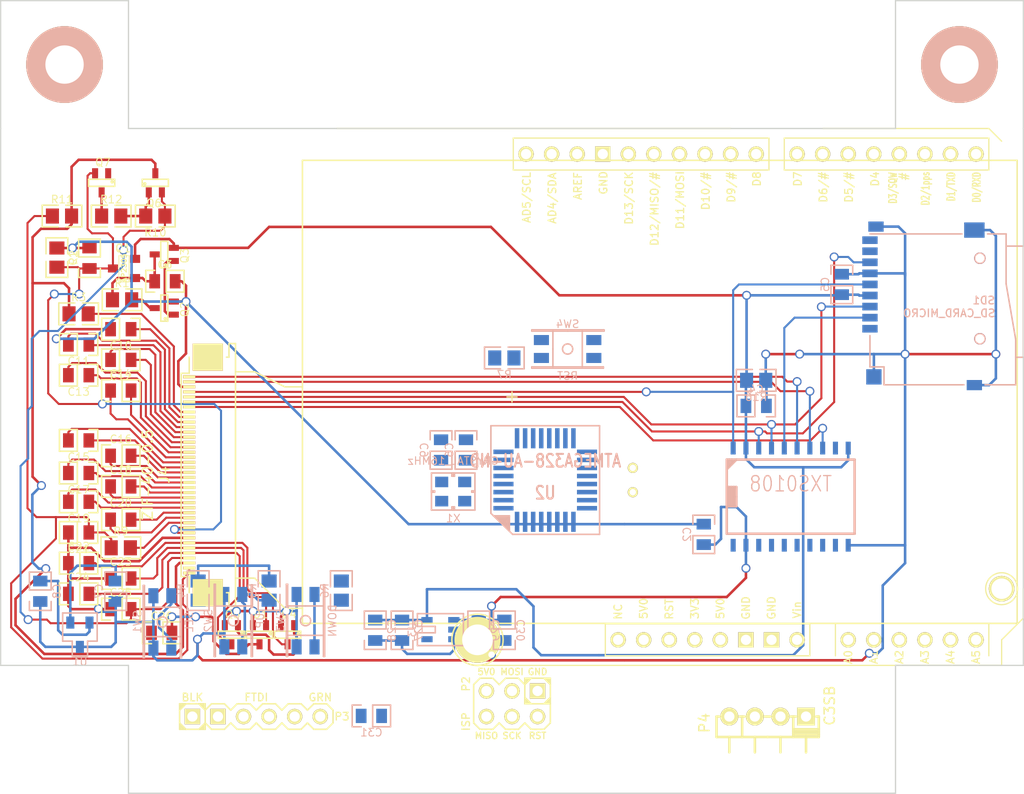
<source format=kicad_pcb>
(kicad_pcb (version 3) (host pcbnew "(2013-mar-13)-testing")
  (layers (15 F.Cu signal) (0 B.Cu signal) (18 B.Paste user) (19 F.Paste user) (20 B.SilkS user) (21 F.SilkS user) (22 B.Mask user) (23 F.Mask user) (28 Edge.Cuts user))
  (net 0 "")
  (net 1 +3.3V)
  (net 2 //EPD_CS)
  (net 3 //RESET)
  (net 4 /AD6)
  (net 5 /AD7)
  (net 6 /BORDER)
  (net 7 /BORDER_CONTROL)
  (net 8 /BUSY)
  (net 9 /BUSY_COG)
  (net 10 /C11M)
  (net 11 /C11P)
  (net 12 /C12M)
  (net 13 /C12P)
  (net 14 /C13M)
  (net 15 /C13P)
  (net 16 /C14M)
  (net 17 /C14P)
  (net 18 /C15M)
  (net 19 /C15P)
  (net 20 /C16M)
  (net 21 /C16P)
  (net 22 /C21M)
  (net 23 /C21P)
  (net 24 /C31M)
  (net 25 /C31P)
  (net 26 /C41M)
  (net 27 /C41P)
  (net 28 /C42M)
  (net 29 /C42P)
  (net 30 /DISCHARGE)
  (net 31 /EPD_CS_COG)
  (net 32 /FLASH_CS)
  (net 33 /FLASH_CS_COG)
  (net 34 /PANEL_ON)
  (net 35 /PWM)
  (net 36 /RESET_COG)
  (net 37 /RST)
  (net 38 /RXD)
  (net 39 /SCL)
  (net 40 /SDA)
  (net 41 /SPI_CLK)
  (net 42 /SPI_CLK_COG)
  (net 43 /SPI_MISO)
  (net 44 /SPI_MISO_COG)
  (net 45 /SPI_MOSI)
  (net 46 /SPI_MOSI_COG)
  (net 47 /TEMPERATURE)
  (net 48 /TXD)
  (net 49 /VCC5V)
  (net 50 /VCC_T)
  (net 51 /VCL)
  (net 52 /VCOM)
  (net 53 /VCOM_DRIVER)
  (net 54 /VDH)
  (net 55 /VDL)
  (net 56 /VGH)
  (net 57 /VGL)
  (net 58 GND)
  (net 59 N-0000011)
  (net 60 N-0000012)
  (net 61 N-0000017)
  (net 62 N-000003)
  (net 63 N-0000033)
  (net 64 N-0000034)
  (net 65 N-0000035)
  (net 66 N-0000037)
  (net 67 N-0000038)
  (net 68 N-000004)
  (net 69 N-000005)
  (net 70 N-0000052)
  (module SOT323 (layer F.Cu) (at 48.3235 98.552)
    (fp_text reference Q5 (at 0.127 -2.032) (layer F.SilkS) (effects (font (size 0.762 0.762) (thickness 0.09906))))
    (fp_text value 2N7002KW hide)
    (pad 2 smd rect (at -0.65024 -0.94996) (size 0.59944 1.00076) (layers F.Cu F.Paste F.Mask) (net 58 GND))
    (pad 1 smd rect (at 0.65024 -0.94996) (size 0.59944 1.00076) (layers F.Cu F.Paste F.Mask) (net 30 /DISCHARGE))
    (pad 3 smd rect (at 0 0.94996) (size 0.59944 1.00076) (layers F.Cu F.Paste F.Mask) (net 54 /VDH))
  )
  (module SOT323 (layer F.Cu) (at 41.656 66.1035 270)
    (fp_text reference Q2 (at 0.127 -2.032 270) (layer F.SilkS) (effects (font (size 0.762 0.762) (thickness 0.09906))))
    (fp_text value 2N7002KW hide)
    (pad 2 smd rect (at -0.65024 -0.94996 270) (size 0.59944 1.00076) (layers F.Cu F.Paste F.Mask) (net 58 GND))
    (pad 1 smd rect (at 0.65024 -0.94996 270) (size 0.59944 1.00076) (layers F.Cu F.Paste F.Mask) (net 34 /PANEL_ON))
    (pad 3 smd rect (at 0 0.94996 270) (size 0.59944 1.00076) (layers F.Cu F.Paste F.Mask) (net 60 N-0000012))
  )
  (module SOT323 (layer F.Cu) (at 53.9115 98.552)
    (fp_text reference Q4 (at 0.127 -2.032) (layer F.SilkS) (effects (font (size 0.762 0.762) (thickness 0.09906))))
    (fp_text value 2N7002KW hide)
    (pad 2 smd rect (at -0.65024 -0.94996) (size 0.59944 1.00076) (layers F.Cu F.Paste F.Mask) (net 58 GND))
    (pad 1 smd rect (at 0.65024 -0.94996) (size 0.59944 1.00076) (layers F.Cu F.Paste F.Mask) (net 30 /DISCHARGE))
    (pad 3 smd rect (at 0 0.94996) (size 0.59944 1.00076) (layers F.Cu F.Paste F.Mask) (net 56 /VGH))
  )
  (module SOT323 (layer F.Cu) (at 40.767 53.6575 180)
    (fp_text reference Q6 (at 0.127 -2.032 180) (layer F.SilkS) (effects (font (size 0.762 0.762) (thickness 0.09906))))
    (fp_text value 2N7002KW hide)
    (pad 2 smd rect (at -0.65024 -0.94996 180) (size 0.59944 1.00076) (layers F.Cu F.Paste F.Mask) (net 55 /VDL))
    (pad 1 smd rect (at 0.65024 -0.94996 180) (size 0.59944 1.00076) (layers F.Cu F.Paste F.Mask) (net 70 N-0000052))
    (pad 3 smd rect (at 0 0.94996 180) (size 0.59944 1.00076) (layers F.Cu F.Paste F.Mask) (net 6 /BORDER))
  )
  (module SOT323 (layer F.Cu) (at 51.1175 98.552)
    (fp_text reference D1 (at 0.127 -2.032) (layer F.SilkS) (effects (font (size 0.762 0.762) (thickness 0.09906))))
    (fp_text value BAT54SW hide)
    (pad 2 smd rect (at -0.65024 -0.94996) (size 0.59944 1.00076) (layers F.Cu F.Paste F.Mask) (net 58 GND))
    (pad 1 smd rect (at 0.65024 -0.94996) (size 0.59944 1.00076) (layers F.Cu F.Paste F.Mask) (net 57 /VGL))
    (pad 3 smd rect (at 0 0.94996) (size 0.59944 1.00076) (layers F.Cu F.Paste F.Mask) (net 68 N-000004))
  )
  (module SOT323 (layer F.Cu) (at 35.433 53.6575)
    (fp_text reference Q7 (at 0.127 -2.032) (layer F.SilkS) (effects (font (size 0.762 0.762) (thickness 0.09906))))
    (fp_text value BSS84W hide)
    (pad 2 smd rect (at -0.65024 -0.94996) (size 0.59944 1.00076) (layers F.Cu F.Paste F.Mask) (net 50 /VCC_T))
    (pad 1 smd rect (at 0.65024 -0.94996) (size 0.59944 1.00076) (layers F.Cu F.Paste F.Mask) (net 7 /BORDER_CONTROL))
    (pad 3 smd rect (at 0 0.94996) (size 0.59944 1.00076) (layers F.Cu F.Paste F.Mask) (net 62 N-000003))
  )
  (module SOT323 (layer F.Cu) (at 41.656 60.7695 270)
    (fp_text reference Q3 (at 0.127 -2.032 270) (layer F.SilkS) (effects (font (size 0.762 0.762) (thickness 0.09906))))
    (fp_text value BSS84W hide)
    (pad 2 smd rect (at -0.65024 -0.94996 270) (size 0.59944 1.00076) (layers F.Cu F.Paste F.Mask) (net 1 +3.3V))
    (pad 1 smd rect (at 0.65024 -0.94996 270) (size 0.59944 1.00076) (layers F.Cu F.Paste F.Mask) (net 34 /PANEL_ON))
    (pad 3 smd rect (at 0 0.94996 270) (size 0.59944 1.00076) (layers F.Cu F.Paste F.Mask) (net 59 N-0000011))
  )
  (module SOT23 (layer F.Cu) (at 37.6555 62.1665 90)
    (fp_text reference Q1 (at 1.99898 -0.09906 180) (layer F.SilkS) (effects (font (size 0.762 0.762) (thickness 0.11938))))
    (fp_text value AP2305 (at 0.0635 0 90) (layer F.SilkS) (effects (font (size 0.50038 0.50038) (thickness 0.09906))))
    (pad 3 smd rect (at 0 -1.09982 90) (size 0.8001 1.00076) (layers F.Cu F.Paste F.Mask) (net 50 /VCC_T))
    (pad 2 smd rect (at 0.9525 1.09982 90) (size 0.8001 1.00076) (layers F.Cu F.Paste F.Mask) (net 1 +3.3V))
    (pad 1 smd rect (at -0.9525 1.09982 90) (size 0.8001 1.00076) (layers F.Cu F.Paste F.Mask) (net 59 N-0000011))
  )
  (module c_0805 (layer B.Cu) (at 108.966 63.754 270)
    (fp_text reference C5 (at 0 1.651 270) (layer B.SilkS) (effects (font (size 0.762 0.762) (thickness 0.1016)) (justify mirror)))
    (fp_text value 0.1u,16V hide)
    (pad 1 smd rect (at 1.016 0 270) (size 1.0668 1.4224) (layers B.Cu B.Paste B.Mask) (net 1 +3.3V))
    (pad 2 smd rect (at -1.016 0 270) (size 1.0668 1.4224) (layers B.Cu B.Paste B.Mask) (net 58 GND))
  )
  (module c_0805 (layer B.Cu) (at 75.438 98.108 90)
    (fp_text reference C30 (at 0 1.651 90) (layer B.SilkS) (effects (font (size 0.762 0.762) (thickness 0.1016)) (justify mirror)))
    (fp_text value 2.2u,16V hide)
    (pad 1 smd rect (at 1.016 0 90) (size 1.0668 1.4224) (layers B.Cu B.Paste B.Mask) (net 49 /VCC5V))
    (pad 2 smd rect (at -1.016 0 90) (size 1.0668 1.4224) (layers B.Cu B.Paste B.Mask) (net 58 GND))
  )
  (module c_0805 (layer F.Cu) (at 37.338 87.122)
    (fp_text reference C20 (at 0 -1.651) (layer F.SilkS) (effects (font (size 0.762 0.762) (thickness 0.1016))))
    (fp_text value 2.2u,16V hide)
    (pad 1 smd rect (at 1.016 0) (size 1.0668 1.4224) (layers F.Cu F.Paste F.Mask) (net 10 /C11M))
    (pad 2 smd rect (at -1.016 0) (size 1.0668 1.4224) (layers F.Cu F.Paste F.Mask) (net 11 /C11P))
  )
  (module c_0805 (layer F.Cu) (at 33.147 79.248 180)
    (fp_text reference C15 (at 0 -1.651 180) (layer F.SilkS) (effects (font (size 0.762 0.762) (thickness 0.1016))))
    (fp_text value 2.2u,25V hide)
    (pad 1 smd rect (at 1.016 0 180) (size 1.0668 1.4224) (layers F.Cu F.Paste F.Mask) (net 20 /C16M))
    (pad 2 smd rect (at -1.016 0 180) (size 1.0668 1.4224) (layers F.Cu F.Paste F.Mask) (net 21 /C16P))
  )
  (module c_0805 (layer F.Cu) (at 37.338 83.82)
    (fp_text reference C18 (at 0 -1.651) (layer F.SilkS) (effects (font (size 0.762 0.762) (thickness 0.1016))))
    (fp_text value 2.2u,16V hide)
    (pad 1 smd rect (at 1.016 0) (size 1.0668 1.4224) (layers F.Cu F.Paste F.Mask) (net 14 /C13M))
    (pad 2 smd rect (at -1.016 0) (size 1.0668 1.4224) (layers F.Cu F.Paste F.Mask) (net 15 /C13P))
  )
  (module c_0805 (layer F.Cu) (at 33.147 82.4865 180)
    (fp_text reference C17 (at 0 -1.651 180) (layer F.SilkS) (effects (font (size 0.762 0.762) (thickness 0.1016))))
    (fp_text value 2.2u,16V hide)
    (pad 1 smd rect (at 1.016 0 180) (size 1.0668 1.4224) (layers F.Cu F.Paste F.Mask) (net 16 /C14M))
    (pad 2 smd rect (at -1.016 0 180) (size 1.0668 1.4224) (layers F.Cu F.Paste F.Mask) (net 17 /C14P))
  )
  (module c_0805 (layer F.Cu) (at 37.338 68.199 180)
    (fp_text reference C10 (at 0 -1.651 180) (layer F.SilkS) (effects (font (size 0.762 0.762) (thickness 0.1016))))
    (fp_text value 2.2u,10V hide)
    (pad 1 smd rect (at 1.016 0 180) (size 1.0668 1.4224) (layers F.Cu F.Paste F.Mask) (net 58 GND))
    (pad 2 smd rect (at -1.016 0 180) (size 1.0668 1.4224) (layers F.Cu F.Paste F.Mask) (net 51 /VCL))
  )
  (module c_0805 (layer F.Cu) (at 33.147 72.771 180)
    (fp_text reference C13 (at 0 -1.651 180) (layer F.SilkS) (effects (font (size 0.762 0.762) (thickness 0.1016))))
    (fp_text value 2.2u,25V hide)
    (pad 1 smd rect (at 1.016 0 180) (size 1.0668 1.4224) (layers F.Cu F.Paste F.Mask) (net 24 /C31M))
    (pad 2 smd rect (at -1.016 0 180) (size 1.0668 1.4224) (layers F.Cu F.Paste F.Mask) (net 25 /C31P))
  )
  (module c_0805 (layer F.Cu) (at 37.338 74.295)
    (fp_text reference C14 (at 0 -1.651) (layer F.SilkS) (effects (font (size 0.762 0.762) (thickness 0.1016))))
    (fp_text value 2.2u,16V hide)
    (pad 1 smd rect (at 1.016 0) (size 1.0668 1.4224) (layers F.Cu F.Paste F.Mask) (net 22 /C21M))
    (pad 2 smd rect (at -1.016 0) (size 1.0668 1.4224) (layers F.Cu F.Paste F.Mask) (net 23 /C21P))
  )
  (module c_0805 (layer F.Cu) (at 33.147 69.723 180)
    (fp_text reference C11 (at 0 -1.651 180) (layer F.SilkS) (effects (font (size 0.762 0.762) (thickness 0.1016))))
    (fp_text value 2.2u,16V hide)
    (pad 1 smd rect (at 1.016 0 180) (size 1.0668 1.4224) (layers F.Cu F.Paste F.Mask) (net 29 /C42P))
    (pad 2 smd rect (at -1.016 0 180) (size 1.0668 1.4224) (layers F.Cu F.Paste F.Mask) (net 28 /C42M))
  )
  (module c_0805 (layer F.Cu) (at 33.147 85.344 180)
    (fp_text reference C19 (at 0 -1.651 180) (layer F.SilkS) (effects (font (size 0.762 0.762) (thickness 0.1016))))
    (fp_text value 2.2u,16V hide)
    (pad 1 smd rect (at 1.016 0 180) (size 1.0668 1.4224) (layers F.Cu F.Paste F.Mask) (net 12 /C12M))
    (pad 2 smd rect (at -1.016 0 180) (size 1.0668 1.4224) (layers F.Cu F.Paste F.Mask) (net 13 /C12P))
  )
  (module c_0805 (layer F.Cu) (at 33.147 94.488)
    (fp_text reference C24 (at 0 -1.651) (layer F.SilkS) (effects (font (size 0.762 0.762) (thickness 0.1016))))
    (fp_text value 2.2u,16V hide)
    (pad 1 smd rect (at 1.016 0) (size 1.0668 1.4224) (layers F.Cu F.Paste F.Mask) (net 54 /VDH))
    (pad 2 smd rect (at -1.016 0) (size 1.0668 1.4224) (layers F.Cu F.Paste F.Mask) (net 58 GND))
  )
  (module c_0805 (layer F.Cu) (at 37.338 80.772)
    (fp_text reference C16 (at 0 -1.651) (layer F.SilkS) (effects (font (size 0.762 0.762) (thickness 0.1016))))
    (fp_text value 2.2u,25V hide)
    (pad 1 smd rect (at 1.016 0) (size 1.0668 1.4224) (layers F.Cu F.Paste F.Mask) (net 18 /C15M))
    (pad 2 smd rect (at -1.016 0) (size 1.0668 1.4224) (layers F.Cu F.Paste F.Mask) (net 19 /C15P))
  )
  (module c_0805 (layer F.Cu) (at 33.147 91.44)
    (fp_text reference C22 (at 0 -1.651) (layer F.SilkS) (effects (font (size 0.762 0.762) (thickness 0.1016))))
    (fp_text value 2.2u,25V hide)
    (pad 1 smd rect (at 1.016 0) (size 1.0668 1.4224) (layers F.Cu F.Paste F.Mask) (net 56 /VGH))
    (pad 2 smd rect (at -1.016 0) (size 1.0668 1.4224) (layers F.Cu F.Paste F.Mask) (net 58 GND))
  )
  (module c_0805 (layer B.Cu) (at 36.83 94.234 270)
    (fp_text reference C7 (at 0 1.651 270) (layer B.SilkS) (effects (font (size 0.762 0.762) (thickness 0.1016)) (justify mirror)))
    (fp_text value 1u,16V hide)
    (pad 1 smd rect (at 1.016 0 270) (size 1.0668 1.4224) (layers B.Cu B.Paste B.Mask) (net 58 GND))
    (pad 2 smd rect (at -1.016 0 270) (size 1.0668 1.4224) (layers B.Cu B.Paste B.Mask) (net 1 +3.3V))
  )
  (module c_0805 (layer F.Cu) (at 33.147 88.392 180)
    (fp_text reference C21 (at 0 -1.651 180) (layer F.SilkS) (effects (font (size 0.762 0.762) (thickness 0.1016))))
    (fp_text value 1u,10V hide)
    (pad 1 smd rect (at 1.016 0 180) (size 1.0668 1.4224) (layers F.Cu F.Paste F.Mask) (net 58 GND))
    (pad 2 smd rect (at -1.016 0 180) (size 1.0668 1.4224) (layers F.Cu F.Paste F.Mask) (net 52 /VCOM))
  )
  (module c_0805 (layer F.Cu) (at 37.338 92.964)
    (fp_text reference C23 (at 0 -1.651) (layer F.SilkS) (effects (font (size 0.762 0.762) (thickness 0.1016))))
    (fp_text value 2.2u,25V hide)
    (pad 1 smd rect (at 1.016 0) (size 1.0668 1.4224) (layers F.Cu F.Paste F.Mask) (net 57 /VGL))
    (pad 2 smd rect (at -1.016 0) (size 1.0668 1.4224) (layers F.Cu F.Paste F.Mask) (net 58 GND))
  )
  (module c_0805 (layer F.Cu) (at 37.338 96.012)
    (fp_text reference C25 (at 0 -1.651) (layer F.SilkS) (effects (font (size 0.762 0.762) (thickness 0.1016))))
    (fp_text value 2.2u,16V hide)
    (pad 1 smd rect (at 1.016 0) (size 1.0668 1.4224) (layers F.Cu F.Paste F.Mask) (net 55 /VDL))
    (pad 2 smd rect (at -1.016 0) (size 1.0668 1.4224) (layers F.Cu F.Paste F.Mask) (net 58 GND))
  )
  (module c_0805 (layer F.Cu) (at 37.338 71.247 180)
    (fp_text reference C12 (at 0 -1.651 180) (layer F.SilkS) (effects (font (size 0.762 0.762) (thickness 0.1016))))
    (fp_text value 2.2u,16V hide)
    (pad 1 smd rect (at 1.016 0 180) (size 1.0668 1.4224) (layers F.Cu F.Paste F.Mask) (net 27 /C41P))
    (pad 2 smd rect (at -1.016 0 180) (size 1.0668 1.4224) (layers F.Cu F.Paste F.Mask) (net 26 /C41M))
  )
  (module c_0805 (layer B.Cu) (at 62.611 98.108 90)
    (fp_text reference C28 (at 0 1.651 90) (layer B.SilkS) (effects (font (size 0.762 0.762) (thickness 0.1016)) (justify mirror)))
    (fp_text value 2.2u,16V hide)
    (pad 1 smd rect (at 1.016 0 90) (size 1.0668 1.4224) (layers B.Cu B.Paste B.Mask) (net 1 +3.3V))
    (pad 2 smd rect (at -1.016 0 90) (size 1.0668 1.4224) (layers B.Cu B.Paste B.Mask) (net 58 GND))
  )
  (module r_0805 (layer F.Cu) (at 37.465 65.278)
    (fp_text reference R1 (at 0 -1.651) (layer F.SilkS) (effects (font (size 0.762 0.762) (thickness 0.1016))))
    (fp_text value 33k hide)
    (pad 1 smd rect (at 0.9525 0) (size 1.30048 1.4986) (layers F.Cu F.Paste F.Mask) (net 60 N-0000012))
    (pad 2 smd rect (at -0.9525 0) (size 1.30048 1.4986) (layers F.Cu F.Paste F.Mask) (net 59 N-0000011))
  )
  (module r_0805 (layer F.Cu) (at 36.3855 56.9595)
    (fp_text reference R12 (at 0 -1.651) (layer F.SilkS) (effects (font (size 0.762 0.762) (thickness 0.1016))))
    (fp_text value 100k hide)
    (pad 1 smd rect (at 0.9525 0) (size 1.30048 1.4986) (layers F.Cu F.Paste F.Mask) (net 70 N-0000052))
    (pad 2 smd rect (at -0.9525 0) (size 1.30048 1.4986) (layers F.Cu F.Paste F.Mask) (net 62 N-000003))
  )
  (module r_0805 (layer F.Cu) (at 31.496 56.9595)
    (fp_text reference R11 (at 0 -1.651) (layer F.SilkS) (effects (font (size 0.762 0.762) (thickness 0.1016))))
    (fp_text value 100k hide)
    (pad 1 smd rect (at 0.9525 0) (size 1.30048 1.4986) (layers F.Cu F.Paste F.Mask) (net 6 /BORDER))
    (pad 2 smd rect (at -0.9525 0) (size 1.30048 1.4986) (layers F.Cu F.Paste F.Mask) (net 52 /VCOM))
  )
  (module r_0805 (layer F.Cu) (at 37.338 89.916)
    (fp_text reference R9 (at 0 -1.651) (layer F.SilkS) (effects (font (size 0.762 0.762) (thickness 0.1016))))
    (fp_text value 2k hide)
    (pad 1 smd rect (at 0.9525 0) (size 1.30048 1.4986) (layers F.Cu F.Paste F.Mask) (net 53 /VCOM_DRIVER))
    (pad 2 smd rect (at -0.9525 0) (size 1.30048 1.4986) (layers F.Cu F.Paste F.Mask) (net 52 /VCOM))
  )
  (module r_0805 (layer F.Cu) (at 33.147 66.675)
    (fp_text reference R3 (at 0 -1.651) (layer F.SilkS) (effects (font (size 0.762 0.762) (thickness 0.1016))))
    (fp_text value "0R(NC)" hide)
    (pad 1 smd rect (at 0.9525 0) (size 1.30048 1.4986) (layers F.Cu F.Paste F.Mask) (net 69 N-000005))
    (pad 2 smd rect (at -0.9525 0) (size 1.30048 1.4986) (layers F.Cu F.Paste F.Mask) (net 6 /BORDER))
  )
  (module r_0805 (layer F.Cu) (at 40.767 56.9595 180)
    (fp_text reference R10 (at 0 -1.651 180) (layer F.SilkS) (effects (font (size 0.762 0.762) (thickness 0.1016))))
    (fp_text value 100k hide)
    (pad 1 smd rect (at 0.9525 0 180) (size 1.30048 1.4986) (layers F.Cu F.Paste F.Mask) (net 70 N-0000052))
    (pad 2 smd rect (at -0.9525 0 180) (size 1.30048 1.4986) (layers F.Cu F.Paste F.Mask) (net 55 /VDL))
  )
  (module r_0805 (layer B.Cu) (at 100.457 73.279)
    (fp_text reference R16 (at 0 1.651) (layer B.SilkS) (effects (font (size 0.762 0.762) (thickness 0.1016)) (justify mirror)))
    (fp_text value 10k hide)
    (pad 1 smd rect (at 0.9525 0) (size 1.30048 1.4986) (layers B.Cu B.Paste B.Mask) (net 58 GND))
    (pad 2 smd rect (at -0.9525 0) (size 1.30048 1.4986) (layers B.Cu B.Paste B.Mask) (net 1 +3.3V))
  )
  (module r_0805 (layer F.Cu) (at 30.988 61.087 270)
    (fp_text reference R2 (at 0 -1.651 270) (layer F.SilkS) (effects (font (size 0.762 0.762) (thickness 0.1016))))
    (fp_text value 33k hide)
    (pad 1 smd rect (at 0.9525 0 270) (size 1.30048 1.4986) (layers F.Cu F.Paste F.Mask) (net 50 /VCC_T))
    (pad 2 smd rect (at -0.9525 0 270) (size 1.30048 1.4986) (layers F.Cu F.Paste F.Mask) (net 58 GND))
  )
  (module c_0805 (layer F.Cu) (at 41.402 98.362)
    (fp_text reference C26 (at 0 -1.651) (layer F.SilkS) (effects (font (size 0.762 0.762) (thickness 0.1016))))
    (fp_text value 0.1u,16V hide)
    (pad 1 smd rect (at 1.016 0) (size 1.0668 1.4224) (layers F.Cu F.Paste F.Mask) (net 68 N-000004))
    (pad 2 smd rect (at -1.016 0) (size 1.0668 1.4224) (layers F.Cu F.Paste F.Mask) (net 35 /PWM))
  )
  (module c_0805 (layer B.Cu) (at 100.457 75.819 180)
    (fp_text reference C4 (at 0 1.651 180) (layer B.SilkS) (effects (font (size 0.762 0.762) (thickness 0.1016)) (justify mirror)))
    (fp_text value 0.1u,16V hide)
    (pad 1 smd rect (at 1.016 0 180) (size 1.0668 1.4224) (layers B.Cu B.Paste B.Mask) (net 1 +3.3V))
    (pad 2 smd rect (at -1.016 0 180) (size 1.0668 1.4224) (layers B.Cu B.Paste B.Mask) (net 58 GND))
  )
  (module c_0805 (layer B.Cu) (at 95.25 88.5825 270)
    (fp_text reference C2 (at 0 1.651 270) (layer B.SilkS) (effects (font (size 0.762 0.762) (thickness 0.1016)) (justify mirror)))
    (fp_text value 0.1u,16V hide)
    (pad 1 smd rect (at 1.016 0 270) (size 1.0668 1.4224) (layers B.Cu B.Paste B.Mask) (net 49 /VCC5V))
    (pad 2 smd rect (at -1.016 0 270) (size 1.0668 1.4224) (layers B.Cu B.Paste B.Mask) (net 58 GND))
  )
  (module c_0805 (layer F.Cu) (at 34.2265 61.1505 90)
    (fp_text reference C1 (at 0 -1.651 90) (layer F.SilkS) (effects (font (size 0.762 0.762) (thickness 0.1016))))
    (fp_text value 2.2u,16V hide)
    (pad 1 smd rect (at 1.016 0 90) (size 1.0668 1.4224) (layers F.Cu F.Paste F.Mask) (net 58 GND))
    (pad 2 smd rect (at -1.016 0 90) (size 1.0668 1.4224) (layers F.Cu F.Paste F.Mask) (net 50 /VCC_T))
  )
  (module c_0805 (layer B.Cu) (at 29.337 94.234 90)
    (fp_text reference C8 (at 0 1.651 90) (layer B.SilkS) (effects (font (size 0.762 0.762) (thickness 0.1016)) (justify mirror)))
    (fp_text value 0.1u,16V hide)
    (pad 1 smd rect (at 1.016 0 90) (size 1.0668 1.4224) (layers B.Cu B.Paste B.Mask) (net 47 /TEMPERATURE))
    (pad 2 smd rect (at -1.016 0 90) (size 1.0668 1.4224) (layers B.Cu B.Paste B.Mask) (net 58 GND))
  )
  (module c_0805 (layer B.Cu) (at 72.898 98.108 90)
    (fp_text reference C29 (at 0 1.651 90) (layer B.SilkS) (effects (font (size 0.762 0.762) (thickness 0.1016)) (justify mirror)))
    (fp_text value 0.1u,16V hide)
    (pad 1 smd rect (at 1.016 0 90) (size 1.0668 1.4224) (layers B.Cu B.Paste B.Mask) (net 49 /VCC5V))
    (pad 2 smd rect (at -1.016 0 90) (size 1.0668 1.4224) (layers B.Cu B.Paste B.Mask) (net 58 GND))
  )
  (module c_0805 (layer F.Cu) (at 41.7195 63.4365)
    (fp_text reference C3 (at 0 -1.651) (layer F.SilkS) (effects (font (size 0.762 0.762) (thickness 0.1016))))
    (fp_text value 0.1u,16V hide)
    (pad 1 smd rect (at 1.016 0) (size 1.0668 1.4224) (layers F.Cu F.Paste F.Mask) (net 58 GND))
    (pad 2 smd rect (at -1.016 0) (size 1.0668 1.4224) (layers F.Cu F.Paste F.Mask) (net 59 N-0000011))
  )
  (module c_0805 (layer B.Cu) (at 65.278 98.108 90)
    (fp_text reference C27 (at 0 1.651 90) (layer B.SilkS) (effects (font (size 0.762 0.762) (thickness 0.1016)) (justify mirror)))
    (fp_text value 0.1u,16V hide)
    (pad 1 smd rect (at 1.016 0 90) (size 1.0668 1.4224) (layers B.Cu B.Paste B.Mask) (net 1 +3.3V))
    (pad 2 smd rect (at -1.016 0 90) (size 1.0668 1.4224) (layers B.Cu B.Paste B.Mask) (net 58 GND))
  )
  (module SOT23-5 (layer B.Cu) (at 69.088 98.044 270)
    (fp_text reference U3 (at 0 2.794 270) (layer B.SilkS) (effects (font (size 0.762 0.762) (thickness 0.1016)) (justify mirror)))
    (fp_text value TPS77030 hide)
    (pad 1 smd rect (at -0.9525 -1.3335 270) (size 0.59944 1.1176) (layers B.Cu B.Paste B.Mask) (net 49 /VCC5V) (clearance 0.127))
    (pad 3 smd rect (at 0.9525 -1.3335 270) (size 0.59944 1.1176) (layers B.Cu B.Paste B.Mask) (net 58 GND) (clearance 0.127))
    (pad 2 smd rect (at 0 -1.3335 270) (size 0.59944 1.1176) (layers B.Cu B.Paste B.Mask) (net 58 GND) (clearance 0.127))
    (pad 4 smd rect (at 0.9525 1.3335 270) (size 0.59944 1.1176) (layers B.Cu B.Paste B.Mask) (clearance 0.127))
    (pad 5 smd rect (at -0.9525 1.3335 270) (size 0.59944 1.1176) (layers B.Cu B.Paste B.Mask) (net 1 +3.3V) (clearance 0.127))
  )
  (module SOT23-3-Temp (layer B.Cu) (at 33.274 98.552)
    (fp_text reference U1 (at 0 2.667) (layer B.SilkS) (effects (font (size 0.762 0.762) (thickness 0.1016)) (justify mirror)))
    (fp_text value MCP9700AT-E/TT hide)
    (pad 1 smd rect (at -0.9525 -1.2065) (size 0.8001 1.19888) (layers B.Cu B.Paste B.Mask) (net 1 +3.3V))
    (pad 3 smd rect (at 0 1.2065) (size 0.8001 1.19888) (layers B.Cu B.Paste B.Mask) (net 58 GND))
    (pad 2 smd rect (at 0.9525 -1.2065) (size 0.8001 1.19888) (layers B.Cu B.Paste B.Mask) (net 47 /TEMPERATURE))
  )
  (module SD_Micro (layer B.Cu) (at 111.76 63.754)
    (fp_text reference SD1 (at 11.303 1.5875) (layer B.SilkS) (effects (font (size 0.762 0.762) (thickness 0.127)) (justify mirror)))
    (fp_text value SD_CARD_MICRO (at 7.874 2.8575) (layer B.SilkS) (effects (font (size 0.762 0.762) (thickness 0.127)) (justify mirror)))
    (pad 5 smd rect (at 0 0) (size 1.524 0.762) (layers B.Cu B.Paste B.Mask) (net 42 /SPI_CLK_COG))
    (pad 6 smd rect (at 0 -1.09982) (size 1.524 0.762) (layers B.Cu B.Paste B.Mask) (net 58 GND))
    (pad 7 smd rect (at 0 -2.19964) (size 1.524 0.762) (layers B.Cu B.Paste B.Mask) (net 44 /SPI_MISO_COG))
    (pad 8 smd rect (at 0 -3.29946) (size 1.524 0.762) (layers B.Cu B.Paste B.Mask))
    (pad 9 smd rect (at 0 -4.39928) (size 1.524 0.762) (layers B.Cu B.Paste B.Mask))
    (pad 4 smd rect (at 0 1.09982) (size 1.524 0.762) (layers B.Cu B.Paste B.Mask) (net 1 +3.3V))
    (pad 3 smd rect (at 0 2.19964) (size 1.524 0.762) (layers B.Cu B.Paste B.Mask) (net 46 /SPI_MOSI_COG))
    (pad 2 smd rect (at 0 3.29946) (size 1.524 0.762) (layers B.Cu B.Paste B.Mask) (net 33 /FLASH_CS_COG))
    (pad 1 smd rect (at 0 4.39928) (size 1.524 0.762) (layers B.Cu B.Paste B.Mask))
    (pad G1 smd rect (at 0.59944 -5.74548) (size 1.524 1.016) (layers B.Cu B.Paste B.Mask) (net 58 GND))
    (pad G2 smd rect (at 10.37336 -5.40004) (size 2.032 1.524) (layers B.Cu B.Paste B.Mask) (net 58 GND))
    (pad G3 smd rect (at 10.37336 9.99998) (size 1.524 1.016) (layers B.Cu B.Paste B.Mask) (net 58 GND))
    (pad G4 smd rect (at 0.39116 9.1821) (size 1.524 1.524) (layers B.Cu B.Paste B.Mask) (net 58 GND))
    (pad H1 thru_hole circle (at 10.922 -2.6035) (size 1.143 1.143) (drill 0.889) (layers *.Cu *.Mask B.SilkS))
    (pad H2 thru_hole circle (at 10.922 5.3975) (size 1.143 1.143) (drill 0.889) (layers *.Cu *.Mask B.SilkS))
  )
  (module SO20L (layer B.Cu) (at 103.886 84.836)
    (fp_text reference U4 (at 0 1.27) (layer B.SilkS) (effects (font (size 0.0004 0.0004) (thickness 0.127)) (justify mirror)))
    (fp_text value TXS0108 (at 0 -1.27) (layer B.SilkS) (effects (font (size 1.524 1.27) (thickness 0.127)) (justify mirror)))
    (pad 11 smd rect (at 5.715 4.826) (size 0.508 1.27) (layers B.Cu B.Paste B.Mask) (net 58 GND))
    (pad 12 smd rect (at 4.445 4.826) (size 0.508 1.27) (layers B.Cu B.Paste B.Mask))
    (pad 13 smd rect (at 3.175 4.826) (size 0.508 1.27) (layers B.Cu B.Paste B.Mask) (net 3 //RESET))
    (pad 14 smd rect (at 1.905 4.826) (size 0.508 1.27) (layers B.Cu B.Paste B.Mask) (net 8 /BUSY))
    (pad 15 smd rect (at 0.635 4.826) (size 0.508 1.27) (layers B.Cu B.Paste B.Mask) (net 2 //EPD_CS))
    (pad 16 smd rect (at -0.635 4.826) (size 0.508 1.27) (layers B.Cu B.Paste B.Mask) (net 32 /FLASH_CS))
    (pad 17 smd rect (at -1.905 4.826) (size 0.508 1.27) (layers B.Cu B.Paste B.Mask) (net 45 /SPI_MOSI))
    (pad 18 smd rect (at -3.175 4.826) (size 0.508 1.27) (layers B.Cu B.Paste B.Mask) (net 43 /SPI_MISO))
    (pad 19 smd rect (at -4.445 4.826) (size 0.508 1.27) (layers B.Cu B.Paste B.Mask) (net 49 /VCC5V))
    (pad 20 smd rect (at -5.715 4.826) (size 0.508 1.27) (layers B.Cu B.Paste B.Mask) (net 41 /SPI_CLK))
    (pad 1 smd rect (at -5.715 -4.826) (size 0.508 1.27) (layers B.Cu B.Paste B.Mask) (net 42 /SPI_CLK_COG))
    (pad 2 smd rect (at -4.445 -4.826) (size 0.508 1.27) (layers B.Cu B.Paste B.Mask) (net 1 +3.3V))
    (pad 3 smd rect (at -3.175 -4.826) (size 0.508 1.27) (layers B.Cu B.Paste B.Mask) (net 44 /SPI_MISO_COG))
    (pad 4 smd rect (at -1.905 -4.826) (size 0.508 1.27) (layers B.Cu B.Paste B.Mask) (net 46 /SPI_MOSI_COG))
    (pad 5 smd rect (at -0.635 -4.826) (size 0.508 1.27) (layers B.Cu B.Paste B.Mask) (net 33 /FLASH_CS_COG))
    (pad 6 smd rect (at 0.635 -4.826) (size 0.508 1.27) (layers B.Cu B.Paste B.Mask) (net 31 /EPD_CS_COG))
    (pad 7 smd rect (at 1.905 -4.826) (size 0.508 1.27) (layers B.Cu B.Paste B.Mask) (net 9 /BUSY_COG))
    (pad 8 smd rect (at 3.175 -4.826) (size 0.508 1.27) (layers B.Cu B.Paste B.Mask) (net 36 /RESET_COG))
    (pad 9 smd rect (at 4.445 -4.826) (size 0.508 1.27) (layers B.Cu B.Paste B.Mask))
    (pad 10 smd rect (at 5.715 -4.826) (size 0.508 1.27) (layers B.Cu B.Paste B.Mask) (net 1 +3.3V))
  )
  (module r_0805 (layer B.Cu) (at 45.0215 94.1705 270)
    (fp_text reference R4 (at 0 1.651 270) (layer B.SilkS) (effects (font (size 0.762 0.762) (thickness 0.1016)) (justify mirror)))
    (fp_text value 10k hide)
    (pad 1 smd rect (at 0.9525 0 270) (size 1.30048 1.4986) (layers B.Cu B.Paste B.Mask) (net 64 N-0000034))
    (pad 2 smd rect (at -0.9525 0 270) (size 1.30048 1.4986) (layers B.Cu B.Paste B.Mask) (net 49 /VCC5V))
  )
  (module r_0805 (layer B.Cu) (at 52.07 94.1705 270)
    (fp_text reference R5 (at 0 1.651 270) (layer B.SilkS) (effects (font (size 0.762 0.762) (thickness 0.1016)) (justify mirror)))
    (fp_text value 10k hide)
    (pad 1 smd rect (at 0.9525 0 270) (size 1.30048 1.4986) (layers B.Cu B.Paste B.Mask) (net 63 N-0000033))
    (pad 2 smd rect (at -0.9525 0 270) (size 1.30048 1.4986) (layers B.Cu B.Paste B.Mask) (net 49 /VCC5V))
  )
  (module r_0805 (layer B.Cu) (at 59.2455 94.1705 270)
    (fp_text reference R6 (at 0 1.651 270) (layer B.SilkS) (effects (font (size 0.762 0.762) (thickness 0.1016)) (justify mirror)))
    (fp_text value 10k hide)
    (pad 1 smd rect (at 0.9525 0 270) (size 1.30048 1.4986) (layers B.Cu B.Paste B.Mask) (net 65 N-0000035))
    (pad 2 smd rect (at -0.9525 0 270) (size 1.30048 1.4986) (layers B.Cu B.Paste B.Mask) (net 49 /VCC5V))
  )
  (module SW_SMD (layer B.Cu) (at 55.6895 97.155 270)
    (fp_text reference SW3 (at 0 2.4765 270) (layer B.SilkS) (effects (font (size 0.762 0.762) (thickness 0.1016)) (justify mirror)))
    (fp_text value DOWN (at 0 -2.667 270) (layer B.SilkS) (effects (font (size 0.762 0.762) (thickness 0.1016)) (justify mirror)))
    (pad 1 smd rect (at -2.6035 -0.889 270) (size 1.50114 1.00076) (layers B.Cu B.Paste B.Mask) (net 64 N-0000034))
    (pad 1 smd rect (at 2.6035 -0.889 270) (size 1.50114 1.00076) (layers B.Cu B.Paste B.Mask) (net 64 N-0000034))
    (pad 2 smd rect (at 2.6035 0.889 270) (size 1.50114 1.00076) (layers B.Cu B.Paste B.Mask) (net 58 GND))
    (pad 2 smd rect (at -2.6035 0.889 270) (size 1.50114 1.00076) (layers B.Cu B.Paste B.Mask) (net 58 GND))
  )
  (module SW_SMD (layer B.Cu) (at 48.514 97.155 270)
    (fp_text reference SW2 (at 0 2.4765 270) (layer B.SilkS) (effects (font (size 0.762 0.762) (thickness 0.1016)) (justify mirror)))
    (fp_text value UP (at 0 -2.667 270) (layer B.SilkS) (effects (font (size 0.762 0.762) (thickness 0.1016)) (justify mirror)))
    (pad 1 smd rect (at -2.6035 -0.889 270) (size 1.50114 1.00076) (layers B.Cu B.Paste B.Mask) (net 63 N-0000033))
    (pad 1 smd rect (at 2.6035 -0.889 270) (size 1.50114 1.00076) (layers B.Cu B.Paste B.Mask) (net 63 N-0000033))
    (pad 2 smd rect (at 2.6035 0.889 270) (size 1.50114 1.00076) (layers B.Cu B.Paste B.Mask) (net 58 GND))
    (pad 2 smd rect (at -2.6035 0.889 270) (size 1.50114 1.00076) (layers B.Cu B.Paste B.Mask) (net 58 GND))
  )
  (module SW_SMD (layer B.Cu) (at 41.4655 97.282 270)
    (fp_text reference SW1 (at 0 2.4765 270) (layer B.SilkS) (effects (font (size 0.762 0.762) (thickness 0.1016)) (justify mirror)))
    (fp_text value SEL (at 0 -2.667 270) (layer B.SilkS) (effects (font (size 0.762 0.762) (thickness 0.1016)) (justify mirror)))
    (pad 1 smd rect (at -2.6035 -0.889 270) (size 1.50114 1.00076) (layers B.Cu B.Paste B.Mask) (net 65 N-0000035))
    (pad 1 smd rect (at 2.6035 -0.889 270) (size 1.50114 1.00076) (layers B.Cu B.Paste B.Mask) (net 65 N-0000035))
    (pad 2 smd rect (at 2.6035 0.889 270) (size 1.50114 1.00076) (layers B.Cu B.Paste B.Mask) (net 58 GND))
    (pad 2 smd rect (at -2.6035 0.889 270) (size 1.50114 1.00076) (layers B.Cu B.Paste B.Mask) (net 58 GND))
  )
  (module ZIF-40-0.5 (layer F.Cu) (at 44.1325 82.677 90)
    (fp_text reference J4 (at 0 -2.4765 90) (layer F.SilkS))
    (fp_text value ZIF-40-0.5 (at 0 -4.1275 90) (layer F.SilkS))
    (pad 1 smd rect (at 9.75 0 90) (size 0.3 1.2) (layers F.Cu F.Paste F.SilkS F.Mask) (net 31 /EPD_CS_COG) (clearance 0.1))
    (pad 2 smd rect (at 9.25 0 90) (size 0.3 1.2) (layers F.Cu F.Paste F.SilkS F.Mask) (net 9 /BUSY_COG) (clearance 0.1))
    (pad 3 smd rect (at 8.75 0 90) (size 0.3 1.2) (layers F.Cu F.Paste F.SilkS F.Mask) (net 58 GND) (clearance 0.1))
    (pad 4 smd rect (at 8.25 0 90) (size 0.3 1.2) (layers F.Cu F.Paste F.SilkS F.Mask) (net 42 /SPI_CLK_COG) (clearance 0.1))
    (pad 5 smd rect (at 7.75 0 90) (size 0.3 1.2) (layers F.Cu F.Paste F.SilkS F.Mask) (net 46 /SPI_MOSI_COG) (clearance 0.1))
    (pad 6 smd rect (at 7.25 0 90) (size 0.3 1.2) (layers F.Cu F.Paste F.SilkS F.Mask) (net 44 /SPI_MISO_COG) (clearance 0.1))
    (pad 7 smd rect (at 6.75 0 90) (size 0.3 1.2) (layers F.Cu F.Paste F.SilkS F.Mask) (net 36 /RESET_COG) (clearance 0.1))
    (pad 8 smd rect (at 6.25 0 90) (size 0.3 1.2) (layers F.Cu F.Paste F.SilkS F.Mask) (net 69 N-000005) (clearance 0.1))
    (pad 9 smd rect (at 5.75 0 90) (size 0.3 1.2) (layers F.Cu F.Paste F.SilkS F.Mask) (net 51 /VCL) (clearance 0.1))
    (pad 10 smd rect (at 5.25 0 90) (size 0.3 1.2) (layers F.Cu F.Paste F.SilkS F.Mask) (net 29 /C42P) (clearance 0.1))
    (pad 11 smd rect (at 4.75 0 90) (size 0.3 1.2) (layers F.Cu F.Paste F.SilkS F.Mask) (net 28 /C42M) (clearance 0.1))
    (pad 12 smd rect (at 4.25 0 90) (size 0.3 1.2) (layers F.Cu F.Paste F.SilkS F.Mask) (net 27 /C41P) (clearance 0.1))
    (pad 13 smd rect (at 3.75 0 90) (size 0.3 1.2) (layers F.Cu F.Paste F.SilkS F.Mask) (net 26 /C41M) (clearance 0.1))
    (pad 14 smd rect (at 3.25 0 90) (size 0.3 1.2) (layers F.Cu F.Paste F.SilkS F.Mask) (net 24 /C31M) (clearance 0.1))
    (pad 15 smd rect (at 2.75 0 90) (size 0.3 1.2) (layers F.Cu F.Paste F.SilkS F.Mask) (net 25 /C31P) (clearance 0.1))
    (pad 16 smd rect (at 2.25 0 90) (size 0.3 1.2) (layers F.Cu F.Paste F.SilkS F.Mask) (net 22 /C21M) (clearance 0.1))
    (pad 17 smd rect (at 1.75 0 90) (size 0.3 1.2) (layers F.Cu F.Paste F.SilkS F.Mask) (net 23 /C21P) (clearance 0.1))
    (pad 18 smd rect (at 1.25 0 90) (size 0.3 1.2) (layers F.Cu F.Paste F.SilkS F.Mask) (net 20 /C16M) (clearance 0.1))
    (pad 19 smd rect (at 0.75 0 90) (size 0.3 1.2) (layers F.Cu F.Paste F.SilkS F.Mask) (net 21 /C16P) (clearance 0.1))
    (pad 20 smd rect (at 0.25 0 90) (size 0.3 1.2) (layers F.Cu F.Paste F.SilkS F.Mask) (net 18 /C15M) (clearance 0.1))
    (pad 21 smd rect (at -0.25 0 90) (size 0.3 1.2) (layers F.Cu F.Paste F.SilkS F.Mask) (net 19 /C15P) (clearance 0.1))
    (pad 22 smd rect (at -0.75 0 90) (size 0.3 1.2) (layers F.Cu F.Paste F.SilkS F.Mask) (net 16 /C14M) (clearance 0.1))
    (pad 23 smd rect (at -1.25 0 90) (size 0.3 1.2) (layers F.Cu F.Paste F.SilkS F.Mask) (net 17 /C14P) (clearance 0.1))
    (pad 24 smd rect (at -1.75 0 90) (size 0.3 1.2) (layers F.Cu F.Paste F.SilkS F.Mask) (net 14 /C13M) (clearance 0.1))
    (pad 25 smd rect (at -2.25 0 90) (size 0.3 1.2) (layers F.Cu F.Paste F.SilkS F.Mask) (net 15 /C13P) (clearance 0.1))
    (pad 26 smd rect (at -2.75 0 90) (size 0.3 1.2) (layers F.Cu F.Paste F.SilkS F.Mask) (net 12 /C12M) (clearance 0.1))
    (pad 27 smd rect (at -3.25 0 90) (size 0.3 1.2) (layers F.Cu F.Paste F.SilkS F.Mask) (net 13 /C12P) (clearance 0.1))
    (pad 28 smd rect (at -3.75 0 90) (size 0.3 1.2) (layers F.Cu F.Paste F.SilkS F.Mask) (net 10 /C11M) (clearance 0.1))
    (pad 29 smd rect (at -4.25 0 90) (size 0.3 1.2) (layers F.Cu F.Paste F.SilkS F.Mask) (net 11 /C11P) (clearance 0.1))
    (pad 30 smd rect (at -4.75 0 90) (size 0.3 1.2) (layers F.Cu F.Paste F.SilkS F.Mask) (net 53 /VCOM_DRIVER) (clearance 0.1))
    (pad 31 smd rect (at -5.25 0 90) (size 0.3 1.2) (layers F.Cu F.Paste F.SilkS F.Mask) (net 50 /VCC_T) (clearance 0.1))
    (pad 32 smd rect (at -5.75 0 90) (size 0.3 1.2) (layers F.Cu F.Paste F.SilkS F.Mask) (net 50 /VCC_T) (clearance 0.1))
    (pad 33 smd rect (at -6.25 0 90) (size 0.3 1.2) (layers F.Cu F.Paste F.SilkS F.Mask) (net 58 GND) (clearance 0.1))
    (pad 34 smd rect (at -6.75 0 90) (size 0.3 1.2) (layers F.Cu F.Paste F.SilkS F.Mask) (net 56 /VGH) (clearance 0.1))
    (pad 35 smd rect (at -7.25 0 90) (size 0.3 1.2) (layers F.Cu F.Paste F.SilkS F.Mask) (net 57 /VGL) (clearance 0.1))
    (pad 36 smd rect (at -7.75 0 90) (size 0.3 1.2) (layers F.Cu F.Paste F.SilkS F.Mask) (net 54 /VDH) (clearance 0.1))
    (pad 37 smd rect (at -8.25 0 90) (size 0.3 1.2) (layers F.Cu F.Paste F.SilkS F.Mask) (net 55 /VDL) (clearance 0.1))
    (pad 38 smd rect (at -8.75 0 90) (size 0.3 1.2) (layers F.Cu F.Paste F.SilkS F.Mask) (net 6 /BORDER) (clearance 0.1))
    (pad 39 smd rect (at -9.25 0 90) (size 0.3 1.2) (layers F.Cu F.Paste F.SilkS F.Mask) (net 52 /VCOM) (clearance 0.1))
    (pad 40 smd rect (at -9.75 0 90) (size 0.3 1.2) (layers F.Cu F.Paste F.SilkS F.Mask) (net 52 /VCOM) (clearance 0.1))
    (pad 41 smd rect (at 11.7 1.85 90) (size 2.7 3) (layers F.Cu F.Paste F.SilkS F.Mask))
    (pad 42 smd rect (at -11.7 1.85 90) (size 2.7 3) (layers F.Cu F.Paste F.SilkS F.Mask))
  )
  (module SW_SMD (layer B.Cu) (at 81.7245 70.1675 180)
    (fp_text reference SW4 (at 0 2.4765 180) (layer B.SilkS) (effects (font (size 0.762 0.762) (thickness 0.1016)) (justify mirror)))
    (fp_text value RST (at 0 -2.667 180) (layer B.SilkS) (effects (font (size 0.762 0.762) (thickness 0.1016)) (justify mirror)))
    (pad 1 smd rect (at -2.6035 -0.889 180) (size 1.50114 1.00076) (layers B.Cu B.Paste B.Mask) (net 58 GND))
    (pad 1 smd rect (at 2.6035 -0.889 180) (size 1.50114 1.00076) (layers B.Cu B.Paste B.Mask) (net 58 GND))
    (pad 2 smd rect (at 2.6035 0.889 180) (size 1.50114 1.00076) (layers B.Cu B.Paste B.Mask) (net 37 /RST))
    (pad 2 smd rect (at -2.6035 0.889 180) (size 1.50114 1.00076) (layers B.Cu B.Paste B.Mask) (net 37 /RST))
  )
  (module r_0805 (layer B.Cu) (at 75.438 71.0565)
    (fp_text reference R7 (at 0 1.651) (layer B.SilkS) (effects (font (size 0.762 0.762) (thickness 0.1016)) (justify mirror)))
    (fp_text value 10k hide)
    (pad 1 smd rect (at 0.9525 0) (size 1.30048 1.4986) (layers B.Cu B.Paste B.Mask) (net 37 /RST))
    (pad 2 smd rect (at -0.9525 0) (size 1.30048 1.4986) (layers B.Cu B.Paste B.Mask) (net 49 /VCC5V))
  )
  (module I/O (layer F.Cu) (at 88.2015 84.3915)
    (fp_text reference B1 hide)
    (fp_text value I/O hide)
    (pad 1 thru_hole circle (at 0 0) (size 1.016 1.016) (drill 0.635) (layers *.Cu *.Mask F.SilkS) (net 4 /AD6))
  )
  (module I/O (layer F.Cu) (at 88.2015 81.9785)
    (fp_text reference B2 hide)
    (fp_text value I/O hide)
    (pad 1 thru_hole circle (at 0 0) (size 1.016 1.016) (drill 0.635) (layers *.Cu *.Mask F.SilkS) (net 5 /AD7))
  )
  (module Header_ISP (layer F.Cu) (at 76.2 105.41)
    (fp_text reference P2 (at -4.572 -1.9685 90) (layer F.SilkS) (effects (font (size 0.762 0.762) (thickness 0.127))))
    (fp_text value ISP (at -4.572 1.778 90) (layer F.SilkS) (effects (font (size 0.762 0.762) (thickness 0.127))))
    (fp_text user RST (at 2.54 3.175) (layer F.SilkS) (effects (font (size 0.635 0.635) (thickness 0.127))))
    (fp_text user SCK (at 0 3.175) (layer F.SilkS) (effects (font (size 0.635 0.635) (thickness 0.127))))
    (fp_text user MISO (at -2.54 3.175) (layer F.SilkS) (effects (font (size 0.635 0.635) (thickness 0.127))))
    (fp_text user GND (at 2.54 -3.175) (layer F.SilkS) (effects (font (size 0.635 0.635) (thickness 0.127))))
    (fp_text user MOSI (at 0 -3.175) (layer F.SilkS) (effects (font (size 0.635 0.635) (thickness 0.127))))
    (fp_text user 5V0 (at -2.54 -3.175) (layer F.SilkS) (effects (font (size 0.635 0.635) (thickness 0.127))))
    (pad 1 thru_hole circle (at -2.54 1.27) (size 1.524 1.524) (drill 1.016) (layers *.Cu *.Mask F.SilkS) (net 43 /SPI_MISO))
    (pad 2 thru_hole circle (at -2.54 -1.27) (size 1.524 1.524) (drill 1.016) (layers *.Cu *.Mask F.SilkS) (net 49 /VCC5V))
    (pad 3 thru_hole circle (at 0 1.27) (size 1.524 1.524) (drill 1.016) (layers *.Cu *.Mask F.SilkS) (net 41 /SPI_CLK))
    (pad 4 thru_hole circle (at 0 -1.27) (size 1.524 1.524) (drill 1.016) (layers *.Cu *.Mask F.SilkS) (net 45 /SPI_MOSI))
    (pad 5 thru_hole circle (at 2.54 1.27) (size 1.524 1.524) (drill 1.016) (layers *.Cu *.Mask F.SilkS) (net 37 /RST))
    (pad 6 thru_hole rect (at 2.54 -1.27) (size 1.524 1.524) (drill 1.016) (layers *.Cu *.Mask F.SilkS) (net 58 GND))
  )
  (module Header_FTDI (layer F.Cu) (at 50.8 106.68)
    (fp_text reference P3 (at 8.509 0) (layer F.SilkS) (effects (font (size 0.762 0.762) (thickness 0.127))))
    (fp_text value FTDI (at 0 -1.905) (layer F.SilkS) (effects (font (size 0.762 0.762) (thickness 0.127))))
    (fp_text user GRN (at 6.35 -1.905) (layer F.SilkS) (effects (font (size 0.762 0.762) (thickness 0.127))))
    (fp_text user BLK (at -6.35 -1.905) (layer F.SilkS) (effects (font (size 0.762 0.762) (thickness 0.127))))
    (pad 1 thru_hole rect (at -6.35 0) (size 1.524 1.524) (drill 1.016) (layers *.Cu *.Mask F.SilkS) (net 58 GND))
    (pad 2 thru_hole rect (at -3.81 0) (size 1.524 1.524) (drill 1.016) (layers *.Cu *.Mask F.SilkS) (net 58 GND))
    (pad 3 thru_hole circle (at -1.27 0) (size 1.524 1.524) (drill 1.016) (layers *.Cu *.Mask F.SilkS) (net 49 /VCC5V))
    (pad 4 thru_hole circle (at 1.27 0) (size 1.524 1.524) (drill 1.016) (layers *.Cu *.Mask F.SilkS) (net 38 /RXD))
    (pad 5 thru_hole circle (at 3.81 0) (size 1.524 1.524) (drill 1.016) (layers *.Cu *.Mask F.SilkS) (net 48 /TXD))
    (pad 6 thru_hole circle (at 6.35 0) (size 1.524 1.524) (drill 1.016) (layers *.Cu *.Mask F.SilkS) (net 61 N-0000017))
  )
  (module c_0805 (layer B.Cu) (at 71.628 80.2005 270)
    (fp_text reference C6 (at 0 1.651 270) (layer B.SilkS) (effects (font (size 0.762 0.762) (thickness 0.1016)) (justify mirror)))
    (fp_text value 22pF hide)
    (pad 1 smd rect (at 1.016 0 270) (size 1.0668 1.4224) (layers B.Cu B.Paste B.Mask) (net 58 GND))
    (pad 2 smd rect (at -1.016 0 270) (size 1.0668 1.4224) (layers B.Cu B.Paste B.Mask) (net 66 N-0000037))
  )
  (module c_0805 (layer B.Cu) (at 69.1515 80.2005 270)
    (fp_text reference C9 (at 0 1.651 270) (layer B.SilkS) (effects (font (size 0.762 0.762) (thickness 0.1016)) (justify mirror)))
    (fp_text value 22pF hide)
    (pad 1 smd rect (at 1.016 0 270) (size 1.0668 1.4224) (layers B.Cu B.Paste B.Mask) (net 58 GND))
    (pad 2 smd rect (at -1.016 0 270) (size 1.0668 1.4224) (layers B.Cu B.Paste B.Mask) (net 67 N-0000038))
  )
  (module c_0805 (layer B.Cu) (at 62.23 106.6165)
    (fp_text reference C31 (at 0 1.651) (layer B.SilkS) (effects (font (size 0.762 0.762) (thickness 0.1016)) (justify mirror)))
    (fp_text value 0.1u,16V hide)
    (pad 1 smd rect (at 1.016 0) (size 1.0668 1.4224) (layers B.Cu B.Paste B.Mask) (net 37 /RST))
    (pad 2 smd rect (at -1.016 0) (size 1.0668 1.4224) (layers B.Cu B.Paste B.Mask) (net 61 N-0000017))
  )
  (module Xtal_SMD2 (layer B.Cu) (at 70.358 84.328)
    (fp_text reference X1 (at 0 2.667) (layer B.SilkS) (effects (font (size 0.762 0.762) (thickness 0.1016)) (justify mirror)))
    (fp_text value CRYSTAL_16MHz (at 0 -3.048) (layer B.SilkS) (effects (font (size 0.762 0.762) (thickness 0.1016)) (justify mirror)))
    (pad 1 smd rect (at -1.143 -0.9525) (size 1.30048 1.04902) (layers B.Cu B.Paste B.Mask) (net 67 N-0000038))
    (pad 2 smd rect (at 1.143 0.9525) (size 1.30048 1.04902) (layers B.Cu B.Paste B.Mask) (net 66 N-0000037))
    (pad 1 smd rect (at -1.143 0.9525) (size 1.30048 1.04902) (layers B.Cu B.Paste B.Mask) (net 67 N-0000038))
    (pad 2 smd rect (at 1.143 -0.9525) (size 1.30048 1.04902) (layers B.Cu B.Paste B.Mask) (net 66 N-0000037))
  )
  (module TQFP32 (layer B.Cu) (at 79.502 83.185)
    (fp_text reference U2 (at 0 1.27) (layer B.SilkS) (effects (font (size 1.27 1.016) (thickness 0.2032)) (justify mirror)))
    (fp_text value ATMEGA328-AU-ND (at 0 -1.905) (layer B.SilkS) (effects (font (size 1.27 1.016) (thickness 0.2032)) (justify mirror)))
    (pad 8 smd rect (at -4.15036 -2.79908) (size 1.99898 0.44958) (layers B.Cu B.Paste B.Mask) (net 67 N-0000038) (clearance 0.127))
    (pad 7 smd rect (at -4.15036 -1.99898) (size 1.99898 0.44958) (layers B.Cu B.Paste B.Mask) (net 66 N-0000037) (clearance 0.14986))
    (pad 6 smd rect (at -4.15036 -1.19888) (size 1.99898 0.44958) (layers B.Cu B.Paste B.Mask) (net 49 /VCC5V) (clearance 0.14986))
    (pad 5 smd rect (at -4.15036 -0.39878) (size 1.99898 0.44958) (layers B.Cu B.Paste B.Mask) (net 58 GND) (clearance 0.14986))
    (pad 4 smd rect (at -4.15036 0.39878) (size 1.99898 0.44958) (layers B.Cu B.Paste B.Mask) (net 49 /VCC5V) (clearance 0.14986))
    (pad 3 smd rect (at -4.15036 1.19888) (size 1.99898 0.44958) (layers B.Cu B.Paste B.Mask) (net 58 GND) (clearance 0.14986))
    (pad 2 smd rect (at -4.15036 1.99898) (size 1.99898 0.44958) (layers B.Cu B.Paste B.Mask) (net 30 /DISCHARGE) (clearance 0.14986))
    (pad 1 smd rect (at -4.15036 2.79908) (size 1.99898 0.44958) (layers B.Cu B.Paste B.Mask) (net 7 /BORDER_CONTROL) (clearance 0.127))
    (pad 24 smd rect (at 4.15036 2.79908) (size 1.99898 0.44958) (layers B.Cu B.Paste B.Mask) (net 65 N-0000035) (clearance 0.127))
    (pad 17 smd rect (at 4.15036 -2.79908) (size 1.99898 0.44958) (layers B.Cu B.Paste B.Mask) (net 41 /SPI_CLK) (clearance 0.127))
    (pad 18 smd rect (at 4.15036 -1.99898) (size 1.99898 0.44958) (layers B.Cu B.Paste B.Mask) (net 49 /VCC5V) (clearance 0.14986))
    (pad 19 smd rect (at 4.15036 -1.19888) (size 1.99898 0.44958) (layers B.Cu B.Paste B.Mask) (net 4 /AD6) (clearance 0.14986))
    (pad 20 smd rect (at 4.15036 -0.39878) (size 1.99898 0.44958) (layers B.Cu B.Paste B.Mask) (net 1 +3.3V) (clearance 0.14986))
    (pad 21 smd rect (at 4.15036 0.39878) (size 1.99898 0.44958) (layers B.Cu B.Paste B.Mask) (net 58 GND) (clearance 0.14986))
    (pad 22 smd rect (at 4.15036 1.19888) (size 1.99898 0.44958) (layers B.Cu B.Paste B.Mask) (net 5 /AD7) (clearance 0.14986))
    (pad 23 smd rect (at 4.15036 1.99898) (size 1.99898 0.44958) (layers B.Cu B.Paste B.Mask) (net 47 /TEMPERATURE) (clearance 0.14986))
    (pad 32 smd rect (at -2.79908 4.15036 270) (size 1.99898 0.44958) (layers B.Cu B.Paste B.Mask) (net 34 /PANEL_ON) (clearance 0.127))
    (pad 31 smd rect (at -1.99898 4.15036 270) (size 1.99898 0.44958) (layers B.Cu B.Paste B.Mask) (net 38 /RXD) (clearance 0.14986))
    (pad 30 smd rect (at -1.19888 4.15036 270) (size 1.99898 0.44958) (layers B.Cu B.Paste B.Mask) (net 48 /TXD) (clearance 0.14986))
    (pad 29 smd rect (at -0.39878 4.15036 270) (size 1.99898 0.44958) (layers B.Cu B.Paste B.Mask) (net 37 /RST) (clearance 0.14986))
    (pad 28 smd rect (at 0.39878 4.15036 270) (size 1.99898 0.44958) (layers B.Cu B.Paste B.Mask) (net 39 /SCL) (clearance 0.14986))
    (pad 27 smd rect (at 1.19888 4.15036 270) (size 1.99898 0.44958) (layers B.Cu B.Paste B.Mask) (net 40 /SDA) (clearance 0.14986))
    (pad 26 smd rect (at 1.99898 4.15036 270) (size 1.99898 0.44958) (layers B.Cu B.Paste B.Mask) (net 64 N-0000034) (clearance 0.14986))
    (pad 25 smd rect (at 2.79908 4.15036 270) (size 1.99898 0.44958) (layers B.Cu B.Paste B.Mask) (net 63 N-0000033) (clearance 0.127))
    (pad 9 smd rect (at -2.79908 -4.15036 270) (size 1.99898 0.44958) (layers B.Cu B.Paste B.Mask) (net 35 /PWM) (clearance 0.127))
    (pad 10 smd rect (at -1.99898 -4.15036 270) (size 1.99898 0.44958) (layers B.Cu B.Paste B.Mask) (net 3 //RESET) (clearance 0.14986))
    (pad 11 smd rect (at -1.19888 -4.15036 270) (size 1.99898 0.44958) (layers B.Cu B.Paste B.Mask) (net 8 /BUSY) (clearance 0.14986))
    (pad 12 smd rect (at -0.39878 -4.15036 270) (size 1.99898 0.44958) (layers B.Cu B.Paste B.Mask) (net 2 //EPD_CS) (clearance 0.14986))
    (pad 13 smd rect (at 0.39878 -4.15036 270) (size 1.99898 0.44958) (layers B.Cu B.Paste B.Mask) (net 32 /FLASH_CS) (clearance 0.14986))
    (pad 14 smd rect (at 1.19888 -4.15036 270) (size 1.99898 0.44958) (layers B.Cu B.Paste B.Mask) (clearance 0.14986))
    (pad 15 smd rect (at 1.99898 -4.15036 270) (size 1.99898 0.44958) (layers B.Cu B.Paste B.Mask) (net 45 /SPI_MOSI) (clearance 0.14986))
    (pad 16 smd rect (at 2.79908 -4.15036 270) (size 1.99898 0.44958) (layers B.Cu B.Paste B.Mask) (net 43 /SPI_MISO) (clearance 0.127))
  )
  (module ARDUINO_SHIELD_2_040pins (layer F.Cu) (at 58.801 101.6)
    (fp_text reference SHIELD1 hide)
    (fp_text value ARDUINO_SHIELD hide)
    (fp_text user "#" (at 56.3245 -48.5775 90) (layer F.SilkS) (effects (font (size 0.762 0.762) (thickness 0.127))))
    (fp_text user D0/RXD (at 63.5635 -47.498 90) (layer F.SilkS) (effects (font (size 0.762 0.508) (thickness 0.127))))
    (fp_text user D1/TXD (at 61.0235 -47.5615 90) (layer F.SilkS) (effects (font (size 0.762 0.508) (thickness 0.127))))
    (fp_text user D2/1pps (at 58.4835 -47.371 90) (layer F.SilkS) (effects (font (size 0.762 0.508) (thickness 0.127))))
    (fp_text user D3/SQW (at 55.245 -47.4345 90) (layer F.SilkS) (effects (font (size 0.762 0.508) (thickness 0.127))))
    (fp_text user D4 (at 53.467 -48.3235 90) (layer F.SilkS) (effects (font (size 0.762 0.762) (thickness 0.127))))
    (fp_text user D5/# (at 50.8635 -47.498 90) (layer F.SilkS) (effects (font (size 0.762 0.762) (thickness 0.127))))
    (fp_text user D6/# (at 48.3235 -47.498 90) (layer F.SilkS) (effects (font (size 0.762 0.762) (thickness 0.127))))
    (fp_text user D7 (at 45.7835 -48.3235 90) (layer F.SilkS) (effects (font (size 0.762 0.762) (thickness 0.127))))
    (fp_text user D8 (at 41.7195 -48.3235 90) (layer F.SilkS) (effects (font (size 0.762 0.762) (thickness 0.127))))
    (fp_text user D9/# (at 39.1795 -47.498 90) (layer F.SilkS) (effects (font (size 0.762 0.762) (thickness 0.127))))
    (fp_text user D10/# (at 36.6395 -47.117 90) (layer F.SilkS) (effects (font (size 0.762 0.762) (thickness 0.127))))
    (fp_text user D11/MOSI (at 34.0995 -46.228 90) (layer F.SilkS) (effects (font (size 0.762 0.762) (thickness 0.127))))
    (fp_text user D12/MISO/# (at 31.5595 -45.339 90) (layer F.SilkS) (effects (font (size 0.762 0.762) (thickness 0.127))))
    (fp_text user D13/SCK (at 29.0195 -46.4185 90) (layer F.SilkS) (effects (font (size 0.762 0.762) (thickness 0.127))))
    (fp_text user GND (at 26.4795 -47.9425 90) (layer F.SilkS) (effects (font (size 0.762 0.762) (thickness 0.127))))
    (fp_text user AREF (at 23.9395 -47.625 90) (layer F.SilkS) (effects (font (size 0.762 0.762) (thickness 0.127))))
    (fp_text user AD4/SDA (at 21.3995 -46.4185 90) (layer F.SilkS) (effects (font (size 0.762 0.762) (thickness 0.127))))
    (fp_text user AD5/SCL (at 18.8595 -46.482 90) (layer F.SilkS) (effects (font (size 0.762 0.762) (thickness 0.127))))
    (fp_text user A5 (at 63.5 -0.8255 90) (layer F.SilkS) (effects (font (size 0.762 0.762) (thickness 0.127))))
    (fp_text user A4 (at 60.96 -0.8255 90) (layer F.SilkS) (effects (font (size 0.762 0.762) (thickness 0.127))))
    (fp_text user A3 (at 58.42 -0.8255 90) (layer F.SilkS) (effects (font (size 0.762 0.762) (thickness 0.127))))
    (fp_text user A2 (at 55.88 -0.8255 90) (layer F.SilkS) (effects (font (size 0.762 0.762) (thickness 0.127))))
    (fp_text user A1 (at 53.34 -0.8255 90) (layer F.SilkS) (effects (font (size 0.762 0.762) (thickness 0.127))))
    (fp_text user A0 (at 50.8 -0.8255 90) (layer F.SilkS) (effects (font (size 0.762 0.762) (thickness 0.127))))
    (fp_text user Vin (at 45.72 -5.5245 90) (layer F.SilkS) (effects (font (size 0.762 0.762) (thickness 0.127))))
    (fp_text user GND (at 43.18 -5.715 90) (layer F.SilkS) (effects (font (size 0.762 0.762) (thickness 0.127))))
    (fp_text user GND (at 40.64 -5.715 90) (layer F.SilkS) (effects (font (size 0.762 0.762) (thickness 0.127))))
    (fp_text user 5V0 (at 38.1 -5.6515 90) (layer F.SilkS) (effects (font (size 0.762 0.762) (thickness 0.127))))
    (fp_text user 3V3 (at 35.56 -5.6515 90) (layer F.SilkS) (effects (font (size 0.762 0.762) (thickness 0.127))))
    (fp_text user RST (at 33.02 -5.588 90) (layer F.SilkS) (effects (font (size 0.762 0.762) (thickness 0.127))))
    (fp_text user 5V0 (at 30.48 -5.6515 90) (layer F.SilkS) (effects (font (size 0.762 0.762) (thickness 0.127))))
    (fp_text user NC (at 27.94 -5.334 90) (layer F.SilkS) (effects (font (size 0.762 0.762) (thickness 0.127))))
    (pad AD5 thru_hole circle (at 63.5 -2.54) (size 1.524 1.524) (drill 1.016) (layers *.Cu *.Mask F.SilkS) (net 39 /SCL))
    (pad AD4 thru_hole circle (at 60.96 -2.54) (size 1.524 1.524) (drill 1.016) (layers *.Cu *.Mask F.SilkS) (net 40 /SDA))
    (pad AD3 thru_hole circle (at 58.42 -2.54) (size 1.524 1.524) (drill 1.016) (layers *.Cu *.Mask F.SilkS))
    (pad AD0 thru_hole circle (at 50.8 -2.54) (size 1.524 1.524) (drill 1.016) (layers *.Cu *.Mask F.SilkS))
    (pad AD1 thru_hole circle (at 53.34 -2.54) (size 1.524 1.524) (drill 1.016) (layers *.Cu *.Mask F.SilkS))
    (pad AD2 thru_hole circle (at 55.88 -2.54) (size 1.524 1.524) (drill 1.016) (layers *.Cu *.Mask F.SilkS))
    (pad V_IN thru_hole circle (at 45.72 -2.54) (size 1.524 1.524) (drill 1.016) (layers *.Cu *.Mask F.SilkS))
    (pad GND2 thru_hole rect (at 43.18 -2.54 90) (size 1.524 1.524) (drill 1.016) (layers *.Cu *.Mask F.SilkS) (net 58 GND))
    (pad GND1 thru_hole rect (at 40.64 -2.54 90) (size 1.524 1.524) (drill 1.016) (layers *.Cu *.Mask F.SilkS) (net 58 GND))
    (pad 3V3 thru_hole circle (at 35.56 -2.54) (size 1.524 1.524) (drill 1.016) (layers *.Cu *.Mask F.SilkS))
    (pad RST thru_hole circle (at 33.02 -2.54) (size 1.524 1.524) (drill 1.016) (layers *.Cu *.Mask F.SilkS))
    (pad 0 thru_hole circle (at 63.5 -50.8) (size 1.524 1.524) (drill 1.016) (layers *.Cu *.Mask F.SilkS) (net 38 /RXD))
    (pad 1 thru_hole circle (at 60.96 -50.8) (size 1.524 1.524) (drill 1.016) (layers *.Cu *.Mask F.SilkS) (net 48 /TXD))
    (pad 2 thru_hole circle (at 58.42 -50.8) (size 1.524 1.524) (drill 1.016) (layers *.Cu *.Mask F.SilkS))
    (pad 3 thru_hole circle (at 55.88 -50.8) (size 1.524 1.524) (drill 1.016) (layers *.Cu *.Mask F.SilkS))
    (pad 4 thru_hole circle (at 53.34 -50.8) (size 1.524 1.524) (drill 1.016) (layers *.Cu *.Mask F.SilkS))
    (pad 5 thru_hole circle (at 50.8 -50.8) (size 1.524 1.524) (drill 1.016) (layers *.Cu *.Mask F.SilkS))
    (pad 6 thru_hole circle (at 48.26 -50.8) (size 1.524 1.524) (drill 1.016) (layers *.Cu *.Mask F.SilkS))
    (pad 7 thru_hole circle (at 45.72 -50.8) (size 1.524 1.524) (drill 1.016) (layers *.Cu *.Mask F.SilkS))
    (pad 8 thru_hole circle (at 41.656 -50.8) (size 1.524 1.524) (drill 1.016) (layers *.Cu *.Mask F.SilkS))
    (pad 9 thru_hole circle (at 39.116 -50.8) (size 1.524 1.524) (drill 1.016) (layers *.Cu *.Mask F.SilkS))
    (pad 10 thru_hole circle (at 36.576 -50.8) (size 1.524 1.524) (drill 1.016) (layers *.Cu *.Mask F.SilkS))
    (pad 11 thru_hole circle (at 34.036 -50.8) (size 1.524 1.524) (drill 1.016) (layers *.Cu *.Mask F.SilkS) (net 45 /SPI_MOSI))
    (pad 12 thru_hole circle (at 31.496 -50.8) (size 1.524 1.524) (drill 1.016) (layers *.Cu *.Mask F.SilkS) (net 43 /SPI_MISO))
    (pad 13 thru_hole circle (at 28.956 -50.8) (size 1.524 1.524) (drill 1.016) (layers *.Cu *.Mask F.SilkS) (net 41 /SPI_CLK))
    (pad GND3 thru_hole rect (at 26.416 -50.8 90) (size 1.524 1.524) (drill 1.016) (layers *.Cu *.Mask F.SilkS) (net 58 GND))
    (pad AREF thru_hole circle (at 23.876 -50.8) (size 1.524 1.524) (drill 1.016) (layers *.Cu *.Mask F.SilkS) (net 1 +3.3V))
    (pad 5V thru_hole circle (at 38.1 -2.54) (size 1.524 1.524) (drill 1.016) (layers *.Cu *.Mask F.SilkS) (net 49 /VCC5V))
    (pad H1 thru_hole circle (at 13.97 -2.54) (size 4.572 4.572) (drill 3.048) (layers *.Cu *.Paste *.Mask F.SilkS))
    (pad H2 thru_hole circle (at 66.04 -7.62) (size 2.54 2.54) (drill 2.032) (layers *.Cu *.Paste *.Mask F.SilkS))
    (pad 5V thru_hole circle (at 30.48 -2.54) (size 1.524 1.524) (drill 1.016) (layers *.Cu *.Mask F.SilkS) (net 49 /VCC5V))
    (pad NC thru_hole circle (at 27.94 -2.54) (size 1.524 1.524) (drill 1.016) (layers *.Cu *.Mask F.SilkS))
    (pad AD4 thru_hole circle (at 21.336 -50.8) (size 1.524 1.524) (drill 1.016) (layers *.Cu *.Mask F.SilkS) (net 40 /SDA))
    (pad AD5 thru_hole circle (at 18.796 -50.8) (size 1.524 1.524) (drill 1.016) (layers *.Cu *.Mask F.SilkS) (net 39 /SCL))
  )
  (module vite_3mm (layer F.Cu) (at 31.75 41.91)
    (fp_text reference H1 hide)
    (fp_text value I/O hide)
    (pad 1 thru_hole circle (at 0 0) (size 7.62 7.62) (drill 3.81) (layers *.Cu *.SilkS *.Mask))
  )
  (module vite_3mm (layer F.Cu) (at 120.65 41.91)
    (fp_text reference H2 hide)
    (fp_text value I/O hide)
    (pad 1 thru_hole circle (at 0 0) (size 7.62 7.62) (drill 3.81) (layers *.Cu *.SilkS *.Mask))
  )
  (module pin_strip_4-90 (layer F.Cu) (at 101.6 106.68)
    (fp_text reference P4 (at -6.2865 0.635 90) (layer F.SilkS) (effects (font (size 1.016 1.016) (thickness 0.1524))))
    (fp_text value C3SB (at 6.1595 -1.0795 90) (layer F.SilkS) (effects (font (size 1.016 1.016) (thickness 0.1524))))
    (pad 1 thru_hole circle (at -3.81 0) (size 1.778 1.778) (drill 1.016) (layers *.Cu *.Mask F.SilkS) (net 40 /SDA))
    (pad 2 thru_hole circle (at -1.27 0) (size 1.778 1.778) (drill 1.016) (layers *.Cu *.Mask F.SilkS) (net 39 /SCL))
    (pad 3 thru_hole circle (at 1.27 0) (size 1.778 1.778) (drill 1.016) (layers *.Cu *.Mask F.SilkS) (net 49 /VCC5V))
    (pad 4 thru_hole rect (at 3.81 0) (size 1.778 1.778) (drill 1.016) (layers *.Cu *.Mask F.SilkS) (net 58 GND))
  )
  (module PCB (layer F.Cu) (at 76.2 74.93)
    (fp_text reference P1 hide)
    (fp_text value PCB hide)
  )
  (gr_line (start 114.3 101.6) (end 127 101.6) (angle 90) (layer Edge.Cuts) (width 0.127))
  (gr_line (start 38.1 101.6) (end 25.4 101.6) (angle 90) (layer Edge.Cuts) (width 0.127))
  (gr_line (start 38.1 48.26) (end 114.3 48.26) (angle 90) (layer Edge.Cuts) (width 0.127))
  (gr_line (start 114.3 114.3) (end 38.1 114.3) (angle 90) (layer Edge.Cuts) (width 0.127))
  (gr_line (start 114.3 101.6) (end 114.3 114.3) (angle 90) (layer Edge.Cuts) (width 0.127))
  (gr_line (start 38.1 101.6) (end 38.1 114.3) (angle 90) (layer Edge.Cuts) (width 0.127))
  (gr_line (start 114.3 35.56) (end 114.3 48.26) (angle 90) (layer Edge.Cuts) (width 0.127))
  (gr_line (start 127 35.56) (end 114.3 35.56) (angle 90) (layer Edge.Cuts) (width 0.127))
  (gr_line (start 127 48.26) (end 127 35.56) (angle 90) (layer Edge.Cuts) (width 0.127))
  (gr_line (start 38.1 35.56) (end 38.1 48.26) (angle 90) (layer Edge.Cuts) (width 0.127))
  (gr_line (start 25.4 35.56) (end 38.1 35.56) (angle 90) (layer Edge.Cuts) (width 0.127))
  (gr_line (start 25.4 48.26) (end 25.4 35.56) (angle 90) (layer Edge.Cuts) (width 0.127))
  (gr_line (start 25.4 101.6) (end 25.4 48.26) (angle 90) (layer Edge.Cuts) (width 0.127))
  (gr_line (start 127 48.26) (end 127 101.6) (angle 90) (layer Edge.Cuts) (width 0.127))
  (segment (start 67.7545 97.0915) (end 67.7545 94.0308) (width 0.254) (layer B.Cu) (net 1))
  (segment (start 78.3336 99.822) (end 78.3336 95.7326) (width 0.254) (layer B.Cu) (net 1))
  (segment (start 84.836 100.584) (end 79.0956 100.584) (width 0.254) (layer B.Cu) (net 1))
  (segment (start 78.3336 99.822) (end 79.0956 100.584) (width 0.254) (layer B.Cu) (net 1))
  (segment (start 78.3336 95.7326) (end 76.6318 94.0308) (width 0.254) (layer B.Cu) (net 1))
  (segment (start 76.6318 94.0308) (end 67.7545 94.0308) (width 0.254) (layer B.Cu) (net 1))
  (segment (start 105.1274 99.5966) (end 105.1274 81.915) (width 0.254) (layer B.Cu) (net 1))
  (segment (start 105.1274 99.5966) (end 104.14 100.584) (width 0.254) (layer B.Cu) (net 1))
  (segment (start 84.836 100.584) (end 104.14 100.584) (width 0.254) (layer B.Cu) (net 1))
  (segment (start 105.1274 81.915) (end 105.156 81.915) (width 0.254) (layer B.Cu) (net 1))
  (segment (start 39.3065 59.2455) (end 42.164 59.2455) (width 0.254) (layer F.Cu) (net 1))
  (segment (start 42.164 59.2455) (end 42.60596 59.68746) (width 0.254) (layer F.Cu) (net 1))
  (segment (start 99.5045 64.8335) (end 80.899 64.8335) (width 0.254) (layer F.Cu) (net 1))
  (via (at 99.5045 64.8335) (size 0.889) (layers F.Cu B.Cu) (net 1))
  (segment (start 49.98974 60.11926) (end 42.60596 60.11926) (width 0.254) (layer F.Cu) (net 1))
  (segment (start 52.07 58.039) (end 49.98974 60.11926) (width 0.254) (layer F.Cu) (net 1))
  (segment (start 74.1045 58.039) (end 52.07 58.039) (width 0.254) (layer F.Cu) (net 1))
  (segment (start 80.899 64.8335) (end 74.1045 58.039) (width 0.254) (layer F.Cu) (net 1))
  (segment (start 99.5045 64.8335) (end 99.5045 73.279) (width 0.254) (layer B.Cu) (net 1))
  (segment (start 99.5045 64.8335) (end 108.9025 64.8335) (width 0.254) (layer B.Cu) (net 1))
  (segment (start 108.9025 64.8335) (end 108.966 64.77) (width 0.254) (layer B.Cu) (net 1))
  (segment (start 42.60596 60.11926) (end 42.60596 59.68746) (width 0.254) (layer F.Cu) (net 1))
  (segment (start 39.3065 59.2455) (end 38.7553 59.7967) (width 0.254) (layer F.Cu) (net 1))
  (segment (start 38.7553 59.7967) (end 38.7553 61.214) (width 0.254) (layer F.Cu) (net 1))
  (segment (start 99.441 75.819) (end 99.441 80.01) (width 0.254) (layer B.Cu) (net 1))
  (segment (start 36.83 93.218) (end 36.83 91.694) (width 0.254) (layer B.Cu) (net 1))
  (segment (start 62.611 97.092) (end 65.278 97.092) (width 0.254) (layer B.Cu) (net 1))
  (segment (start 67.7545 97.092) (end 67.7545 97.0915) (width 0.254) (layer B.Cu) (net 1))
  (segment (start 65.278 97.092) (end 67.7545 97.092) (width 0.254) (layer B.Cu) (net 1))
  (segment (start 32.3215 97.346) (end 32.3215 97.3455) (width 0.254) (layer B.Cu) (net 1))
  (segment (start 33.02 91.694) (end 36.83 91.694) (width 0.254) (layer B.Cu) (net 1))
  (segment (start 32.3215 92.3925) (end 33.02 91.694) (width 0.254) (layer B.Cu) (net 1))
  (segment (start 32.3215 97.3455) (end 32.3215 92.3925) (width 0.254) (layer B.Cu) (net 1))
  (segment (start 99.441 73.3425) (end 99.504 73.279) (width 0.254) (layer B.Cu) (net 1))
  (segment (start 99.5045 73.279) (end 99.504 73.279) (width 0.254) (layer B.Cu) (net 1))
  (segment (start 99.441 75.819) (end 99.441 73.3425) (width 0.254) (layer B.Cu) (net 1))
  (segment (start 110.617 64.77) (end 108.966 64.77) (width 0.254) (layer B.Cu) (net 1))
  (segment (start 110.701 64.8538) (end 110.617 64.77) (width 0.254) (layer B.Cu) (net 1))
  (segment (start 111.76 64.8538) (end 110.701 64.8538) (width 0.254) (layer B.Cu) (net 1))
  (segment (start 100.2665 81.915) (end 105.156 81.915) (width 0.254) (layer B.Cu) (net 1))
  (segment (start 99.441 80.01) (end 99.441 81.0895) (width 0.254) (layer B.Cu) (net 1))
  (segment (start 99.441 81.0895) (end 100.2665 81.915) (width 0.254) (layer B.Cu) (net 1))
  (segment (start 105.156 81.915) (end 108.901714 81.915) (width 0.254) (layer B.Cu) (net 1))
  (segment (start 108.901714 81.915) (end 109.601 81.2165) (width 0.254) (layer B.Cu) (net 1))
  (segment (start 109.601 81.2165) (end 109.601 80.01) (width 0.254) (layer B.Cu) (net 1))
  (segment (start 32.1945 66.675) (end 32.1945 64.135) (width 0.254) (layer F.Cu) (net 6))
  (segment (start 31.6865 63.627) (end 28.575 63.627) (width 0.254) (layer F.Cu) (net 6))
  (segment (start 32.1945 64.135) (end 31.6865 63.627) (width 0.254) (layer F.Cu) (net 6))
  (segment (start 28.575 63.627) (end 28.575 82.8584) (width 0.254) (layer F.Cu) (net 6))
  (segment (start 28.575 82.8584) (end 29.4492 83.7326) (width 0.254) (layer F.Cu) (net 6))
  (segment (start 28.575 59.055) (end 28.575 63.627) (width 0.254) (layer F.Cu) (net 6))
  (segment (start 32.4485 57.785) (end 32.4485 56.9595) (width 0.254) (layer F.Cu) (net 6))
  (segment (start 32.004 58.2295) (end 32.4485 57.785) (width 0.254) (layer F.Cu) (net 6))
  (segment (start 29.4005 58.2295) (end 32.004 58.2295) (width 0.254) (layer F.Cu) (net 6))
  (segment (start 28.575 59.055) (end 29.4005 58.2295) (width 0.254) (layer F.Cu) (net 6))
  (segment (start 29.8825 91.984) (end 29.1952 91.984) (width 0.254) (layer B.Cu) (net 6))
  (segment (start 28.5496 84.6322) (end 29.4492 83.7326) (width 0.254) (layer B.Cu) (net 6))
  (segment (start 28.5496 91.3384) (end 28.5496 84.6322) (width 0.254) (layer B.Cu) (net 6))
  (segment (start 29.1952 91.984) (end 28.5496 91.3384) (width 0.254) (layer B.Cu) (net 6))
  (segment (start 29.7362 100.4608) (end 42.7952 100.4608) (width 0.254) (layer F.Cu) (net 6))
  (segment (start 43.4975 96.139) (end 42.8253 95.4668) (width 0.254) (layer F.Cu) (net 6))
  (segment (start 43.4975 99.7585) (end 43.4975 96.139) (width 0.254) (layer F.Cu) (net 6))
  (segment (start 42.7952 100.4608) (end 43.4975 99.7585) (width 0.254) (layer F.Cu) (net 6))
  (via (at 29.4492 83.7326) (size 0.889) (layers F.Cu B.Cu) (net 6))
  (via (at 29.8825 91.984) (size 0.889) (layers F.Cu B.Cu) (net 6))
  (segment (start 43.1666 91.427) (end 44.1325 91.427) (width 0.254) (layer F.Cu) (net 6))
  (segment (start 42.8253 91.7683) (end 43.1666 91.427) (width 0.254) (layer F.Cu) (net 6))
  (segment (start 42.8253 95.4668) (end 42.8253 91.7683) (width 0.254) (layer F.Cu) (net 6))
  (segment (start 26.8801 97.6047) (end 29.7362 100.4608) (width 0.254) (layer F.Cu) (net 6))
  (segment (start 26.8801 94.9864) (end 26.8801 97.6047) (width 0.254) (layer F.Cu) (net 6))
  (segment (start 29.8825 91.984) (end 26.8801 94.9864) (width 0.254) (layer F.Cu) (net 6))
  (segment (start 40.767 51.7525) (end 40.767 52.7075) (width 0.254) (layer F.Cu) (net 6))
  (segment (start 40.386 51.3715) (end 40.767 51.7525) (width 0.254) (layer F.Cu) (net 6))
  (segment (start 33.147 51.3715) (end 40.386 51.3715) (width 0.254) (layer F.Cu) (net 6))
  (segment (start 32.4485 52.07) (end 33.147 51.3715) (width 0.254) (layer F.Cu) (net 6))
  (segment (start 32.4485 56.9595) (end 32.4485 52.07) (width 0.254) (layer F.Cu) (net 6))
  (via (at 105.791 74.3585) (size 0.889) (layers F.Cu B.Cu) (net 9))
  (segment (start 105.791 80.01) (end 105.791 74.3585) (width 0.2032) (layer B.Cu) (net 9))
  (segment (start 102.87 74.3585) (end 105.791 74.3585) (width 0.2032) (layer F.Cu) (net 9))
  (segment (start 101.938 73.427) (end 102.87 74.3585) (width 0.2032) (layer F.Cu) (net 9))
  (segment (start 44.1325 73.427) (end 101.938 73.427) (width 0.2032) (layer F.Cu) (net 9))
  (segment (start 38.354 87.122) (end 40.894 87.122) (width 0.2032) (layer F.Cu) (net 10))
  (segment (start 40.894 87.122) (end 41.589 86.427) (width 0.2032) (layer F.Cu) (net 10))
  (segment (start 44.1325 86.427) (end 41.589 86.427) (width 0.2032) (layer F.Cu) (net 10))
  (segment (start 36.322 88.0364) (end 36.322 87.122) (width 0.2032) (layer F.Cu) (net 11))
  (segment (start 36.6776 88.392) (end 36.322 88.0364) (width 0.2032) (layer F.Cu) (net 11))
  (segment (start 40.386 88.392) (end 36.6776 88.392) (width 0.2032) (layer F.Cu) (net 11))
  (segment (start 41.851 86.927) (end 40.386 88.392) (width 0.2032) (layer F.Cu) (net 11))
  (segment (start 44.1325 86.927) (end 41.851 86.927) (width 0.2032) (layer F.Cu) (net 11))
  (segment (start 44.1325 85.427) (end 36.1002 85.427) (width 0.2032) (layer F.Cu) (net 12))
  (segment (start 36.1002 85.427) (end 34.798 84.1248) (width 0.2032) (layer F.Cu) (net 12))
  (segment (start 32.131 84.5058) (end 32.131 85.344) (width 0.2032) (layer F.Cu) (net 12))
  (segment (start 32.512 84.1248) (end 32.131 84.5058) (width 0.2032) (layer F.Cu) (net 12))
  (segment (start 34.798 84.1248) (end 32.512 84.1248) (width 0.2032) (layer F.Cu) (net 12))
  (segment (start 44.1325 85.927) (end 35.381 85.927) (width 0.2032) (layer F.Cu) (net 13))
  (segment (start 35.381 85.927) (end 34.798 85.344) (width 0.2032) (layer F.Cu) (net 13))
  (segment (start 34.798 85.344) (end 34.163 85.344) (width 0.2032) (layer F.Cu) (net 13))
  (segment (start 39.624 83.82) (end 38.354 83.82) (width 0.2032) (layer F.Cu) (net 14))
  (segment (start 40.231 84.427) (end 39.624 83.82) (width 0.2032) (layer F.Cu) (net 14))
  (segment (start 44.1325 84.427) (end 40.231 84.427) (width 0.2032) (layer F.Cu) (net 14))
  (segment (start 44.1325 84.927) (end 36.6162 84.927) (width 0.2032) (layer F.Cu) (net 15))
  (segment (start 36.322 84.6328) (end 36.322 83.82) (width 0.2032) (layer F.Cu) (net 15))
  (segment (start 36.6162 84.927) (end 36.322 84.6328) (width 0.2032) (layer F.Cu) (net 15))
  (segment (start 44.1325 83.427) (end 40.755 83.427) (width 0.2032) (layer F.Cu) (net 16))
  (segment (start 40.755 83.427) (end 39.624 82.296) (width 0.2032) (layer F.Cu) (net 16))
  (segment (start 35.814 82.296) (end 39.624 82.296) (width 0.2032) (layer F.Cu) (net 16))
  (segment (start 32.131 81.534) (end 32.131 82.4865) (width 0.2032) (layer F.Cu) (net 16))
  (segment (start 34.671 81.153) (end 32.512 81.153) (width 0.2032) (layer F.Cu) (net 16))
  (segment (start 32.512 81.153) (end 32.131 81.534) (width 0.2032) (layer F.Cu) (net 16))
  (segment (start 35.814 82.296) (end 34.671 81.153) (width 0.2032) (layer F.Cu) (net 16))
  (segment (start 39.3065 82.804) (end 35.179 82.804) (width 0.2032) (layer F.Cu) (net 17))
  (segment (start 35.179 82.804) (end 34.8615 82.4865) (width 0.2032) (layer F.Cu) (net 17))
  (segment (start 34.163 82.4865) (end 34.8615 82.4865) (width 0.2032) (layer F.Cu) (net 17))
  (segment (start 40.4295 83.927) (end 44.1325 83.927) (width 0.2032) (layer F.Cu) (net 17))
  (segment (start 39.3065 82.804) (end 40.4295 83.927) (width 0.2032) (layer F.Cu) (net 17))
  (segment (start 39.624 80.772) (end 38.354 80.772) (width 0.2032) (layer F.Cu) (net 18))
  (segment (start 41.279 82.427) (end 39.624 80.772) (width 0.2032) (layer F.Cu) (net 18))
  (segment (start 44.1325 82.427) (end 41.279 82.427) (width 0.2032) (layer F.Cu) (net 18))
  (segment (start 36.322 81.5975) (end 36.322 80.772) (width 0.2032) (layer F.Cu) (net 19))
  (segment (start 36.5125 81.788) (end 36.322 81.5975) (width 0.2032) (layer F.Cu) (net 19))
  (segment (start 39.878 81.788) (end 36.5125 81.788) (width 0.2032) (layer F.Cu) (net 19))
  (segment (start 41.017 82.927) (end 39.878 81.788) (width 0.2032) (layer F.Cu) (net 19))
  (segment (start 44.1325 82.927) (end 41.017 82.927) (width 0.2032) (layer F.Cu) (net 19))
  (segment (start 32.131 78.4225) (end 32.131 79.248) (width 0.2032) (layer F.Cu) (net 20))
  (segment (start 32.4485 78.105) (end 32.131 78.4225) (width 0.2032) (layer F.Cu) (net 20))
  (segment (start 38.227 78.105) (end 32.4485 78.105) (width 0.2032) (layer F.Cu) (net 20))
  (segment (start 41.549 81.427) (end 38.227 78.105) (width 0.2032) (layer F.Cu) (net 20))
  (segment (start 44.1325 81.427) (end 41.549 81.427) (width 0.2032) (layer F.Cu) (net 20))
  (segment (start 38.735 79.248) (end 34.163 79.248) (width 0.2032) (layer F.Cu) (net 21))
  (segment (start 41.414 81.927) (end 38.735 79.248) (width 0.2032) (layer F.Cu) (net 21))
  (segment (start 44.1325 81.927) (end 41.414 81.927) (width 0.2032) (layer F.Cu) (net 21))
  (segment (start 38.354 74.295) (end 38.354 76.708) (width 0.2032) (layer F.Cu) (net 22))
  (segment (start 42.073 80.427) (end 44.1325 80.427) (width 0.2032) (layer F.Cu) (net 22))
  (segment (start 38.354 76.708) (end 42.073 80.427) (width 0.2032) (layer F.Cu) (net 22))
  (segment (start 36.322 74.295) (end 36.322 76.581) (width 0.2032) (layer F.Cu) (net 23))
  (segment (start 41.811 80.927) (end 44.1325 80.927) (width 0.2032) (layer F.Cu) (net 23))
  (segment (start 38.0365 77.1525) (end 41.811 80.927) (width 0.2032) (layer F.Cu) (net 23))
  (segment (start 36.8935 77.1525) (end 38.0365 77.1525) (width 0.2032) (layer F.Cu) (net 23))
  (segment (start 36.322 76.581) (end 36.8935 77.1525) (width 0.2032) (layer F.Cu) (net 23))
  (segment (start 35.814 72.517) (end 38.989 72.517) (width 0.2032) (layer F.Cu) (net 24))
  (segment (start 38.989 72.517) (end 39.8272 73.3552) (width 0.2032) (layer F.Cu) (net 24))
  (segment (start 34.8615 71.5645) (end 32.512 71.5645) (width 0.2032) (layer F.Cu) (net 24))
  (segment (start 35.814 72.517) (end 34.8615 71.5645) (width 0.2032) (layer F.Cu) (net 24))
  (segment (start 32.512 71.5645) (end 32.131 71.9455) (width 0.2032) (layer F.Cu) (net 24))
  (segment (start 32.131 71.9455) (end 32.131 72.771) (width 0.2032) (layer F.Cu) (net 24))
  (segment (start 39.8272 76.8477) (end 39.8272 73.3552) (width 0.2032) (layer F.Cu) (net 24))
  (segment (start 42.4065 79.427) (end 39.8272 76.8477) (width 0.2032) (layer F.Cu) (net 24))
  (segment (start 44.1325 79.427) (end 42.4065 79.427) (width 0.2032) (layer F.Cu) (net 24))
  (segment (start 34.163 72.771) (end 35.052 72.771) (width 0.2032) (layer F.Cu) (net 25))
  (segment (start 35.3695 73.0885) (end 38.9255 73.0885) (width 0.2032) (layer F.Cu) (net 25))
  (segment (start 35.052 72.771) (end 35.3695 73.0885) (width 0.2032) (layer F.Cu) (net 25))
  (segment (start 38.9255 73.0885) (end 39.3319 73.4949) (width 0.2032) (layer F.Cu) (net 25))
  (segment (start 39.3319 76.9874) (end 39.3319 73.4949) (width 0.2032) (layer F.Cu) (net 25))
  (segment (start 42.2715 79.927) (end 39.3319 76.9874) (width 0.2032) (layer F.Cu) (net 25))
  (segment (start 44.1325 79.927) (end 42.2715 79.927) (width 0.2032) (layer F.Cu) (net 25))
  (segment (start 38.354 71.247) (end 39.8145 71.247) (width 0.2032) (layer F.Cu) (net 26))
  (segment (start 39.8145 71.247) (end 40.3225 71.755) (width 0.2032) (layer F.Cu) (net 26))
  (segment (start 40.3225 76.6445) (end 40.3225 71.755) (width 0.2032) (layer F.Cu) (net 26))
  (segment (start 42.605 78.927) (end 40.3225 76.6445) (width 0.2032) (layer F.Cu) (net 26))
  (segment (start 44.1325 78.927) (end 42.605 78.927) (width 0.2032) (layer F.Cu) (net 26))
  (segment (start 36.576 70.1675) (end 36.322 70.4215) (width 0.2032) (layer F.Cu) (net 27))
  (segment (start 36.322 70.4215) (end 36.322 71.247) (width 0.2032) (layer F.Cu) (net 27))
  (segment (start 36.576 70.1675) (end 40.1955 70.1675) (width 0.2032) (layer F.Cu) (net 27))
  (segment (start 40.767 76.4406) (end 42.7534 78.427) (width 0.2032) (layer F.Cu) (net 27))
  (segment (start 40.767 70.739) (end 40.767 76.4406) (width 0.2032) (layer F.Cu) (net 27))
  (segment (start 40.1955 70.1675) (end 40.767 70.739) (width 0.2032) (layer F.Cu) (net 27))
  (segment (start 44.1325 78.427) (end 42.7534 78.427) (width 0.2032) (layer F.Cu) (net 27))
  (segment (start 34.2265 69.7865) (end 34.163 69.723) (width 0.2032) (layer F.Cu) (net 28))
  (segment (start 40.5765 69.7865) (end 34.2265 69.7865) (width 0.2032) (layer F.Cu) (net 28))
  (segment (start 41.275 70.485) (end 40.5765 69.7865) (width 0.2032) (layer F.Cu) (net 28))
  (segment (start 41.275 76.327) (end 41.275 70.485) (width 0.2032) (layer F.Cu) (net 28))
  (segment (start 42.875 77.927) (end 41.275 76.327) (width 0.2032) (layer F.Cu) (net 28))
  (segment (start 44.1325 77.927) (end 42.875 77.927) (width 0.2032) (layer F.Cu) (net 28))
  (segment (start 40.8305 69.342) (end 35.4965 69.342) (width 0.2032) (layer F.Cu) (net 29))
  (segment (start 35.4965 69.342) (end 34.798 68.6435) (width 0.2032) (layer F.Cu) (net 29))
  (segment (start 43.01 77.427) (end 44.1325 77.427) (width 0.2032) (layer F.Cu) (net 29))
  (segment (start 41.7195 76.1365) (end 43.01 77.427) (width 0.2032) (layer F.Cu) (net 29))
  (segment (start 41.7195 70.231) (end 41.7195 76.1365) (width 0.2032) (layer F.Cu) (net 29))
  (segment (start 40.8305 69.342) (end 41.7195 70.231) (width 0.2032) (layer F.Cu) (net 29))
  (segment (start 32.385 68.6435) (end 34.798 68.6435) (width 0.2032) (layer F.Cu) (net 29))
  (segment (start 32.131 68.8975) (end 32.385 68.6435) (width 0.2032) (layer F.Cu) (net 29))
  (segment (start 32.131 69.723) (end 32.131 68.8975) (width 0.2032) (layer F.Cu) (net 29))
  (segment (start 49.2125 98.552) (end 48.97374 98.31324) (width 0.254) (layer F.Cu) (net 30))
  (segment (start 48.97374 98.31324) (end 48.97374 97.60204) (width 0.254) (layer F.Cu) (net 30))
  (segment (start 49.2125 98.552) (end 51.7525 98.552) (width 0.254) (layer F.Cu) (net 30))
  (segment (start 52.5145 100.5205) (end 54.483 100.5205) (width 0.254) (layer F.Cu) (net 30))
  (segment (start 52.07 100.076) (end 52.5145 100.5205) (width 0.254) (layer F.Cu) (net 30))
  (segment (start 52.07 98.8695) (end 52.07 100.076) (width 0.254) (layer F.Cu) (net 30))
  (segment (start 51.7525 98.552) (end 52.07 98.8695) (width 0.254) (layer F.Cu) (net 30))
  (segment (start 54.56174 97.60204) (end 54.56174 98.44024) (width 0.254) (layer F.Cu) (net 30))
  (segment (start 54.8005 100.203) (end 54.483 100.5205) (width 0.254) (layer F.Cu) (net 30))
  (segment (start 54.8005 98.679) (end 54.8005 100.203) (width 0.254) (layer F.Cu) (net 30))
  (segment (start 54.56174 98.44024) (end 54.8005 98.679) (width 0.254) (layer F.Cu) (net 30))
  (via (at 104.521 73.406) (size 0.889) (layers F.Cu B.Cu) (net 31))
  (segment (start 104.521 73.406) (end 104.521 80.01) (width 0.2032) (layer B.Cu) (net 31))
  (segment (start 103.06 72.927) (end 44.1325 72.927) (width 0.2032) (layer F.Cu) (net 31))
  (segment (start 103.54 73.406) (end 103.06 72.927) (width 0.2032) (layer F.Cu) (net 31))
  (segment (start 104.521 73.406) (end 103.54 73.406) (width 0.2032) (layer F.Cu) (net 31))
  (segment (start 104.27 67.0535) (end 111.76 67.0535) (width 0.2032) (layer B.Cu) (net 33))
  (segment (start 103.251 68.072) (end 104.27 67.0535) (width 0.2032) (layer B.Cu) (net 33))
  (segment (start 103.251 80.01) (end 103.251 68.072) (width 0.2032) (layer B.Cu) (net 33))
  (segment (start 42.02176 61.41974) (end 42.60596 61.41974) (width 0.254) (layer F.Cu) (net 34))
  (segment (start 41.7115 61.73) (end 42.02176 61.41974) (width 0.254) (layer F.Cu) (net 34))
  (segment (start 41.7115 61.73) (end 41.7115 66.413) (width 0.254) (layer F.Cu) (net 34))
  (segment (start 42.05224 66.75374) (end 42.60596 66.75374) (width 0.254) (layer F.Cu) (net 34))
  (segment (start 41.7115 66.413) (end 42.05224 66.75374) (width 0.254) (layer F.Cu) (net 34))
  (via (at 107.061 78.0415) (size 0.889) (layers F.Cu B.Cu) (net 36))
  (segment (start 107.061 78.0415) (end 107.061 80.01) (width 0.2032) (layer B.Cu) (net 36))
  (segment (start 105.854 79.248) (end 107.061 78.0415) (width 0.2032) (layer F.Cu) (net 36))
  (segment (start 90.2335 79.248) (end 105.854 79.248) (width 0.2032) (layer F.Cu) (net 36))
  (segment (start 86.9125 75.927) (end 90.2335 79.248) (width 0.2032) (layer F.Cu) (net 36))
  (segment (start 44.1325 75.927) (end 86.9125 75.927) (width 0.2032) (layer F.Cu) (net 36))
  (segment (start 89.535 74.422) (end 98.171 74.422) (width 0.2032) (layer B.Cu) (net 42))
  (via (at 89.535 74.422) (size 0.889) (layers F.Cu B.Cu) (net 42))
  (segment (start 98.7425 63.754) (end 111.76 63.754) (width 0.2032) (layer B.Cu) (net 42))
  (segment (start 98.171 74.422) (end 98.171 64.3255) (width 0.2032) (layer B.Cu) (net 42))
  (segment (start 98.171 64.3255) (end 98.7425 63.754) (width 0.2032) (layer B.Cu) (net 42))
  (segment (start 98.171 80.01) (end 98.171 74.422) (width 0.2032) (layer B.Cu) (net 42))
  (segment (start 89.53 74.427) (end 44.1325 74.427) (width 0.2032) (layer F.Cu) (net 42))
  (segment (start 89.535 74.422) (end 89.53 74.427) (width 0.2032) (layer F.Cu) (net 42))
  (via (at 108.204 61.0235) (size 0.889) (layers F.Cu B.Cu) (net 44))
  (via (at 100.711 78.359) (size 0.889) (layers F.Cu B.Cu) (net 44))
  (segment (start 110.132 61.5544) (end 111.76 61.5544) (width 0.2032) (layer B.Cu) (net 44))
  (segment (start 109.601 61.0235) (end 110.132 61.5544) (width 0.2032) (layer B.Cu) (net 44))
  (segment (start 108.204 61.0235) (end 109.601 61.0235) (width 0.2032) (layer B.Cu) (net 44))
  (segment (start 108.204 75.438) (end 108.204 61.0235) (width 0.2032) (layer F.Cu) (net 44))
  (segment (start 105.092 78.5495) (end 108.204 75.438) (width 0.2032) (layer F.Cu) (net 44))
  (segment (start 101.536 78.5495) (end 105.092 78.5495) (width 0.2032) (layer F.Cu) (net 44))
  (segment (start 101.346 78.359) (end 101.536 78.5495) (width 0.2032) (layer F.Cu) (net 44))
  (segment (start 100.711 78.359) (end 101.346 78.359) (width 0.2032) (layer F.Cu) (net 44))
  (segment (start 90.1065 78.359) (end 100.711 78.359) (width 0.2032) (layer F.Cu) (net 44))
  (segment (start 87.1745 75.427) (end 90.1065 78.359) (width 0.2032) (layer F.Cu) (net 44))
  (segment (start 44.1325 75.427) (end 87.1745 75.427) (width 0.2032) (layer F.Cu) (net 44))
  (segment (start 100.711 80.01) (end 100.711 78.359) (width 0.2032) (layer B.Cu) (net 44))
  (via (at 106.934 65.9765) (size 0.889) (layers F.Cu B.Cu) (net 46))
  (via (at 101.981 77.6605) (size 0.889) (layers F.Cu B.Cu) (net 46))
  (segment (start 106.957 65.9536) (end 111.76 65.9536) (width 0.2032) (layer B.Cu) (net 46))
  (segment (start 106.934 65.9765) (end 106.957 65.9536) (width 0.2032) (layer B.Cu) (net 46))
  (segment (start 106.934 75.057) (end 106.934 65.9765) (width 0.2032) (layer F.Cu) (net 46))
  (segment (start 104.33 77.6605) (end 106.934 75.057) (width 0.2032) (layer F.Cu) (net 46))
  (segment (start 101.981 77.6605) (end 104.33 77.6605) (width 0.2032) (layer F.Cu) (net 46))
  (segment (start 101.981 77.6605) (end 101.981 80.01) (width 0.2032) (layer B.Cu) (net 46))
  (segment (start 90.043 77.6605) (end 101.981 77.6605) (width 0.2032) (layer F.Cu) (net 46))
  (segment (start 87.3095 74.927) (end 90.043 77.6605) (width 0.2032) (layer F.Cu) (net 46))
  (segment (start 44.1325 74.927) (end 87.3095 74.927) (width 0.2032) (layer F.Cu) (net 46))
  (segment (start 31.115 98.108) (end 31.115 93.218) (width 0.254) (layer B.Cu) (net 47))
  (segment (start 31.5595 98.552) (end 31.115 98.108) (width 0.254) (layer B.Cu) (net 47))
  (segment (start 29.337 93.218) (end 31.115 93.218) (width 0.254) (layer B.Cu) (net 47))
  (segment (start 34.2265 97.346) (end 34.2265 98.234) (width 0.254) (layer B.Cu) (net 47))
  (segment (start 34.2265 98.234) (end 33.909 98.552) (width 0.254) (layer B.Cu) (net 47))
  (segment (start 33.909 98.552) (end 31.5595 98.552) (width 0.254) (layer B.Cu) (net 47))
  (segment (start 34.2265 97.346) (end 34.2265 97.3455) (width 0.254) (layer B.Cu) (net 47))
  (segment (start 52.07 91.694) (end 45.0215 91.694) (width 0.254) (layer B.Cu) (net 49))
  (segment (start 45.0215 93.218) (end 45.0215 91.694) (width 0.254) (layer B.Cu) (net 49))
  (segment (start 52.07 93.218) (end 52.07 91.694) (width 0.254) (layer B.Cu) (net 49))
  (segment (start 74.168 97.092) (end 74.168 95.7072) (width 0.254) (layer B.Cu) (net 49))
  (segment (start 74.168 95.7072) (end 75.0697 94.8055) (width 0.254) (layer F.Cu) (net 49))
  (via (at 74.168 95.7072) (size 0.889) (layers F.Cu B.Cu) (net 49))
  (segment (start 97.536 94.8055) (end 75.0697 94.8055) (width 0.254) (layer F.Cu) (net 49))
  (segment (start 95.25 89.5985) (end 96.393 89.5985) (width 0.254) (layer B.Cu) (net 49))
  (segment (start 96.9645 89.027) (end 96.9645 85.8651) (width 0.254) (layer B.Cu) (net 49))
  (segment (start 96.393 89.5985) (end 96.9645 89.027) (width 0.254) (layer B.Cu) (net 49))
  (segment (start 96.9645 85.8651) (end 98.5016 85.8651) (width 0.254) (layer B.Cu) (net 49))
  (segment (start 99.441 86.8045) (end 99.441 89.662) (width 0.254) (layer B.Cu) (net 49))
  (segment (start 98.5016 85.8651) (end 99.441 86.8045) (width 0.254) (layer B.Cu) (net 49))
  (segment (start 97.536 94.8055) (end 99.441 92.9005) (width 0.254) (layer F.Cu) (net 49))
  (segment (start 99.441 92.9005) (end 99.441 91.948) (width 0.254) (layer F.Cu) (net 49))
  (segment (start 99.441 91.948) (end 99.441 89.662) (width 0.254) (layer B.Cu) (net 49))
  (via (at 99.441 91.948) (size 0.889) (layers F.Cu B.Cu) (net 49))
  (segment (start 70.422 97.092) (end 70.4215 97.092) (width 0.254) (layer B.Cu) (net 49))
  (segment (start 72.898 97.092) (end 70.422 97.092) (width 0.254) (layer B.Cu) (net 49))
  (segment (start 70.422 97.092) (end 70.4215 97.0915) (width 0.254) (layer B.Cu) (net 49))
  (segment (start 75.438 97.092) (end 74.168 97.092) (width 0.254) (layer B.Cu) (net 49))
  (segment (start 74.168 97.092) (end 72.898 97.092) (width 0.254) (layer B.Cu) (net 49))
  (segment (start 30.988 62.0395) (end 33.0708 62.0395) (width 0.2032) (layer F.Cu) (net 50))
  (segment (start 33.0708 62.0395) (end 33.1978 62.1665) (width 0.2032) (layer F.Cu) (net 50))
  (segment (start 30.1256 74.5756) (end 30.1256 65.3149) (width 0.2032) (layer F.Cu) (net 50))
  (segment (start 33.1978 64.6938) (end 33.1978 62.1665) (width 0.2032) (layer F.Cu) (net 50))
  (segment (start 33.2105 64.7065) (end 33.1978 64.6938) (width 0.2032) (layer F.Cu) (net 50))
  (via (at 33.2105 64.7065) (size 0.889) (layers F.Cu B.Cu) (net 50))
  (segment (start 30.734 64.7065) (end 33.2105 64.7065) (width 0.2032) (layer B.Cu) (net 50))
  (via (at 30.734 64.7065) (size 0.889) (layers F.Cu B.Cu) (net 50))
  (segment (start 30.1256 65.3149) (end 30.734 64.7065) (width 0.2032) (layer F.Cu) (net 50))
  (segment (start 35.5083 75.6285) (end 46.6217 75.6285) (width 0.2032) (layer B.Cu) (net 50))
  (segment (start 47.2948 76.3016) (end 47.2948 87.3252) (width 0.2032) (layer B.Cu) (net 50))
  (segment (start 46.6217 75.6285) (end 47.2948 76.3016) (width 0.2032) (layer B.Cu) (net 50))
  (segment (start 46.5328 88.0872) (end 47.2948 87.3252) (width 0.2032) (layer B.Cu) (net 50))
  (via (at 42.672 88.0872) (size 0.889) (layers F.Cu B.Cu) (net 50))
  (segment (start 42.672 88.0872) (end 46.5328 88.0872) (width 0.2032) (layer B.Cu) (net 50))
  (segment (start 44.1325 87.927) (end 42.8322 87.927) (width 0.2032) (layer F.Cu) (net 50))
  (segment (start 42.8322 87.927) (end 42.672 88.0872) (width 0.2032) (layer F.Cu) (net 50))
  (segment (start 44.1325 88.427) (end 43.0118 88.427) (width 0.2032) (layer F.Cu) (net 50))
  (segment (start 43.0118 88.427) (end 42.672 88.0872) (width 0.2032) (layer F.Cu) (net 50))
  (via (at 35.5083 75.6285) (size 0.889) (layers F.Cu B.Cu) (net 50))
  (segment (start 30.1256 74.5756) (end 31.1785 75.6285) (width 0.2032) (layer F.Cu) (net 50))
  (segment (start 31.1785 75.6285) (end 35.5083 75.6285) (width 0.2032) (layer F.Cu) (net 50))
  (segment (start 36.5557 62.1665) (end 34.2265 62.1665) (width 0.2032) (layer F.Cu) (net 50))
  (segment (start 34.2875 52.7075) (end 34.7828 52.7075) (width 0.2032) (layer F.Cu) (net 50))
  (segment (start 34.036 52.959) (end 34.2875 52.7075) (width 0.2032) (layer F.Cu) (net 50))
  (segment (start 34.036 58.2295) (end 34.036 52.959) (width 0.2032) (layer F.Cu) (net 50))
  (segment (start 34.4805 58.674) (end 34.036 58.2295) (width 0.2032) (layer F.Cu) (net 50))
  (segment (start 36.068 58.674) (end 34.4805 58.674) (width 0.2032) (layer F.Cu) (net 50))
  (segment (start 36.5557 59.1617) (end 36.068 58.674) (width 0.2032) (layer F.Cu) (net 50))
  (segment (start 36.5557 62.1665) (end 36.5557 59.1617) (width 0.2032) (layer F.Cu) (net 50))
  (segment (start 34.2265 62.1665) (end 33.1978 62.1665) (width 0.2032) (layer F.Cu) (net 50))
  (segment (start 40.259 68.199) (end 38.354 68.199) (width 0.2032) (layer F.Cu) (net 51))
  (segment (start 42.164 70.104) (end 40.259 68.199) (width 0.2032) (layer F.Cu) (net 51))
  (segment (start 42.164 75.946) (end 42.164 70.104) (width 0.2032) (layer F.Cu) (net 51))
  (segment (start 43.145 76.927) (end 42.164 75.946) (width 0.2032) (layer F.Cu) (net 51))
  (segment (start 44.1325 76.927) (end 43.145 76.927) (width 0.2032) (layer F.Cu) (net 51))
  (segment (start 30.8954 88.996) (end 30.8954 86.868) (width 0.2032) (layer F.Cu) (net 52))
  (segment (start 30.8954 86.868) (end 30.861 86.868) (width 0.2032) (layer F.Cu) (net 52))
  (segment (start 44.1325 92.427) (end 44.1325 91.927) (width 0.2032) (layer F.Cu) (net 52))
  (segment (start 29.5566 100.9265) (end 43.0915 100.9265) (width 0.2032) (layer F.Cu) (net 52))
  (segment (start 43.4975 93.062) (end 44.1325 92.427) (width 0.2032) (layer F.Cu) (net 52))
  (segment (start 43.4975 95.504) (end 43.4975 93.062) (width 0.2032) (layer F.Cu) (net 52))
  (segment (start 43.942 95.9485) (end 43.4975 95.504) (width 0.2032) (layer F.Cu) (net 52))
  (segment (start 43.942 100.076) (end 43.942 95.9485) (width 0.2032) (layer F.Cu) (net 52))
  (segment (start 43.0915 100.9265) (end 43.942 100.076) (width 0.2032) (layer F.Cu) (net 52))
  (segment (start 36.3855 89.0524) (end 36.3855 89.916) (width 0.2032) (layer F.Cu) (net 52))
  (segment (start 35.7251 88.392) (end 36.3855 89.0524) (width 0.2032) (layer F.Cu) (net 52))
  (segment (start 34.163 88.392) (end 35.7251 88.392) (width 0.2032) (layer F.Cu) (net 52))
  (segment (start 33.909 86.868) (end 30.861 86.868) (width 0.2032) (layer F.Cu) (net 52))
  (segment (start 34.163 88.392) (end 34.163 87.122) (width 0.2032) (layer F.Cu) (net 52))
  (segment (start 34.163 87.122) (end 33.909 86.868) (width 0.2032) (layer F.Cu) (net 52))
  (segment (start 28.7655 56.9595) (end 30.5435 56.9595) (width 0.2032) (layer F.Cu) (net 52))
  (segment (start 30.861 86.868) (end 28.956 86.868) (width 0.2032) (layer F.Cu) (net 52))
  (segment (start 28.956 86.868) (end 28.067 85.979) (width 0.2032) (layer F.Cu) (net 52))
  (segment (start 28.067 85.979) (end 28.067 57.658) (width 0.2032) (layer F.Cu) (net 52))
  (segment (start 28.067 57.658) (end 28.7655 56.9595) (width 0.2032) (layer F.Cu) (net 52))
  (segment (start 26.4461 93.4453) (end 30.8954 88.996) (width 0.2032) (layer F.Cu) (net 52))
  (segment (start 26.4461 97.816) (end 26.4461 93.4453) (width 0.2032) (layer F.Cu) (net 52))
  (segment (start 29.5566 100.9265) (end 26.4461 97.816) (width 0.2032) (layer F.Cu) (net 52))
  (segment (start 38.2905 89.916) (end 39.624 89.916) (width 0.2032) (layer F.Cu) (net 53))
  (segment (start 39.624 89.916) (end 42.113 87.427) (width 0.2032) (layer F.Cu) (net 53))
  (segment (start 44.1325 87.427) (end 42.113 87.427) (width 0.2032) (layer F.Cu) (net 53))
  (segment (start 46.99 96.8375) (end 49.149 94.6785) (width 0.2032) (layer F.Cu) (net 54))
  (segment (start 48.3235 99.50196) (end 47.9425 99.50196) (width 0.2032) (layer F.Cu) (net 54))
  (segment (start 47.9425 99.50196) (end 46.99 98.54946) (width 0.2032) (layer F.Cu) (net 54))
  (segment (start 46.99 98.54946) (end 46.99 96.8375) (width 0.2032) (layer F.Cu) (net 54))
  (segment (start 44.1325 90.427) (end 48.8345 90.427) (width 0.2032) (layer F.Cu) (net 54))
  (segment (start 49.149 90.7415) (end 49.149 94.6785) (width 0.2032) (layer F.Cu) (net 54))
  (segment (start 48.8345 90.427) (end 49.149 90.7415) (width 0.2032) (layer F.Cu) (net 54))
  (segment (start 42.161 90.427) (end 44.1325 90.427) (width 0.2032) (layer F.Cu) (net 54))
  (segment (start 41.4655 91.1225) (end 42.161 90.427) (width 0.2032) (layer F.Cu) (net 54))
  (segment (start 41.4655 93.853) (end 41.4655 91.1225) (width 0.2032) (layer F.Cu) (net 54))
  (segment (start 40.8305 94.488) (end 41.4655 93.853) (width 0.2032) (layer F.Cu) (net 54))
  (segment (start 34.163 94.488) (end 40.8305 94.488) (width 0.2032) (layer F.Cu) (net 54))
  (segment (start 27.3812 96.3012) (end 28.1315 97.0515) (width 0.2032) (layer B.Cu) (net 55))
  (segment (start 27.3812 81.788) (end 27.3812 96.3012) (width 0.2032) (layer B.Cu) (net 55))
  (segment (start 28.1315 81.0377) (end 27.3812 81.788) (width 0.2032) (layer B.Cu) (net 55))
  (segment (start 28.1315 81.0377) (end 28.1315 76.2117) (width 0.2032) (layer B.Cu) (net 55))
  (segment (start 29.2608 68.3768) (end 31.0919 68.3768) (width 0.2032) (layer B.Cu) (net 55))
  (segment (start 28.4988 69.1388) (end 29.2608 68.3768) (width 0.2032) (layer B.Cu) (net 55))
  (segment (start 28.4988 75.8444) (end 28.4988 69.1388) (width 0.2032) (layer B.Cu) (net 55))
  (segment (start 28.1315 76.2117) (end 28.4988 75.8444) (width 0.2032) (layer B.Cu) (net 55))
  (segment (start 37.6079 60.3314) (end 37.6079 59.0391) (width 0.2032) (layer F.Cu) (net 55))
  (via (at 37.6079 60.3314) (size 0.889) (layers F.Cu B.Cu) (net 55))
  (segment (start 37.6079 61.8608) (end 31.0919 68.3768) (width 0.2032) (layer B.Cu) (net 55))
  (segment (start 37.6079 60.3314) (end 37.6079 61.8608) (width 0.2032) (layer B.Cu) (net 55))
  (segment (start 37.6079 59.0391) (end 38.227 58.42) (width 0.2032) (layer F.Cu) (net 55))
  (segment (start 38.227 58.42) (end 41.275 58.42) (width 0.2032) (layer F.Cu) (net 55))
  (segment (start 41.275 58.42) (end 41.7195 57.9755) (width 0.2032) (layer F.Cu) (net 55))
  (segment (start 41.7195 57.9755) (end 41.7195 56.9595) (width 0.2032) (layer F.Cu) (net 55))
  (segment (start 28.1315 97.0515) (end 29.9955 97.0515) (width 0.2032) (layer F.Cu) (net 55))
  (via (at 28.1315 97.0515) (size 0.889) (layers F.Cu B.Cu) (net 55))
  (segment (start 37.9095 97.409) (end 30.353 97.409) (width 0.2032) (layer F.Cu) (net 55))
  (segment (start 38.354 96.9645) (end 37.9095 97.409) (width 0.2032) (layer F.Cu) (net 55))
  (segment (start 38.354 96.012) (end 38.354 96.9645) (width 0.2032) (layer F.Cu) (net 55))
  (segment (start 29.9955 97.0515) (end 30.353 97.409) (width 0.2032) (layer F.Cu) (net 55))
  (segment (start 41.4172 55.5142) (end 41.4172 54.6075) (width 0.2032) (layer F.Cu) (net 55))
  (segment (start 41.7195 55.8165) (end 41.4172 55.5142) (width 0.2032) (layer F.Cu) (net 55))
  (segment (start 41.7195 56.9595) (end 41.7195 55.8165) (width 0.2032) (layer F.Cu) (net 55))
  (segment (start 41.274787 96.012) (end 38.6906 96.012) (width 0.2032) (layer F.Cu) (net 55))
  (segment (start 42.037 95.250646) (end 41.274787 96.012) (width 0.2032) (layer F.Cu) (net 55))
  (segment (start 42.037 91.313) (end 42.037 95.250646) (width 0.2032) (layer F.Cu) (net 55))
  (segment (start 42.423 90.927) (end 42.037 91.313) (width 0.2032) (layer F.Cu) (net 55))
  (segment (start 44.1325 90.927) (end 42.423 90.927) (width 0.2032) (layer F.Cu) (net 55))
  (segment (start 38.6906 96.012) (end 38.354 96.012) (width 0.2032) (layer F.Cu) (net 55))
  (segment (start 53.9115 99.50196) (end 53.33746 99.50196) (width 0.2032) (layer F.Cu) (net 56))
  (segment (start 53.33746 99.50196) (end 52.451 98.6155) (width 0.2032) (layer F.Cu) (net 56))
  (segment (start 44.1325 89.427) (end 49.422 89.427) (width 0.2032) (layer F.Cu) (net 56))
  (segment (start 51.943 94.4245) (end 50.292 94.4245) (width 0.2032) (layer F.Cu) (net 56))
  (segment (start 52.451 94.9325) (end 51.943 94.4245) (width 0.2032) (layer F.Cu) (net 56))
  (segment (start 52.451 94.9325) (end 52.451 98.6155) (width 0.2032) (layer F.Cu) (net 56))
  (segment (start 49.422 89.427) (end 49.911 89.916) (width 0.2032) (layer F.Cu) (net 56))
  (segment (start 49.911 89.916) (end 49.911 94.0435) (width 0.2032) (layer F.Cu) (net 56))
  (segment (start 49.911 94.0435) (end 50.292 94.4245) (width 0.2032) (layer F.Cu) (net 56))
  (segment (start 34.163 91.44) (end 34.798 91.44) (width 0.2032) (layer F.Cu) (net 56))
  (segment (start 39.4335 91.7575) (end 41.764 89.427) (width 0.2032) (layer F.Cu) (net 56))
  (segment (start 35.1155 91.7575) (end 39.4335 91.7575) (width 0.2032) (layer F.Cu) (net 56))
  (segment (start 34.798 91.44) (end 35.1155 91.7575) (width 0.2032) (layer F.Cu) (net 56))
  (segment (start 41.764 89.427) (end 44.1325 89.427) (width 0.2032) (layer F.Cu) (net 56))
  (segment (start 44.1325 89.927) (end 49.287 89.927) (width 0.2032) (layer F.Cu) (net 57))
  (segment (start 49.53 94.1705) (end 50.165 94.8055) (width 0.2032) (layer F.Cu) (net 57))
  (segment (start 49.53 90.17) (end 49.53 94.1705) (width 0.2032) (layer F.Cu) (net 57))
  (segment (start 49.287 89.927) (end 49.53 90.17) (width 0.2032) (layer F.Cu) (net 57))
  (segment (start 51.76774 97.60204) (end 51.76774 95.20174) (width 0.2032) (layer F.Cu) (net 57))
  (segment (start 51.76774 95.20174) (end 51.3715 94.8055) (width 0.2032) (layer F.Cu) (net 57))
  (segment (start 51.3715 94.8055) (end 50.165 94.8055) (width 0.2032) (layer F.Cu) (net 57))
  (segment (start 41.9625 89.927) (end 44.1325 89.927) (width 0.2032) (layer F.Cu) (net 57))
  (segment (start 40.9575 90.932) (end 41.9625 89.927) (width 0.2032) (layer F.Cu) (net 57))
  (segment (start 40.9575 92.583) (end 40.9575 90.932) (width 0.2032) (layer F.Cu) (net 57))
  (segment (start 40.5765 92.964) (end 40.9575 92.583) (width 0.2032) (layer F.Cu) (net 57))
  (segment (start 38.354 92.964) (end 40.5765 92.964) (width 0.2032) (layer F.Cu) (net 57))
  (segment (start 65.9282 87.5665) (end 43.815 65.4533) (width 0.254) (layer B.Cu) (net 58))
  (segment (start 47.625 96.2025) (end 48.8315 96.2025) (width 0.254) (layer B.Cu) (net 58))
  (via (at 48.8315 96.2025) (size 0.889) (layers F.Cu B.Cu) (net 58))
  (segment (start 50.46726 97.60204) (end 50.46726 96.21774) (width 0.254) (layer F.Cu) (net 58))
  (segment (start 50.46726 96.21774) (end 50.4825 96.2025) (width 0.254) (layer F.Cu) (net 58))
  (segment (start 47.625 98.425) (end 45.5295 98.425) (width 0.254) (layer B.Cu) (net 58))
  (segment (start 45.5295 98.425) (end 44.958 98.9965) (width 0.254) (layer B.Cu) (net 58))
  (segment (start 53.26126 97.60204) (end 53.26126 96.72574) (width 0.254) (layer F.Cu) (net 58))
  (segment (start 53.26126 96.72574) (end 53.7845 96.2025) (width 0.254) (layer F.Cu) (net 58))
  (segment (start 53.7845 96.2025) (end 54.8005 96.2025) (width 0.254) (layer B.Cu) (net 58))
  (segment (start 47.67326 97.60204) (end 47.67326 96.85274) (width 0.254) (layer F.Cu) (net 58))
  (segment (start 48.3235 96.2025) (end 48.8315 96.2025) (width 0.254) (layer F.Cu) (net 58))
  (segment (start 47.67326 96.85274) (end 48.3235 96.2025) (width 0.254) (layer F.Cu) (net 58))
  (segment (start 48.8315 96.2025) (end 50.4825 96.2025) (width 0.254) (layer F.Cu) (net 58))
  (segment (start 74.168 101.092) (end 45.466 101.092) (width 0.254) (layer F.Cu) (net 58))
  (via (at 53.7845 96.2025) (size 0.889) (layers F.Cu B.Cu) (net 58))
  (segment (start 53.7845 96.2025) (end 50.4825 96.2025) (width 0.254) (layer B.Cu) (net 58))
  (via (at 50.4825 96.2025) (size 0.889) (layers F.Cu B.Cu) (net 58))
  (segment (start 112.15116 72.9361) (end 112.15116 70.6755) (width 0.254) (layer B.Cu) (net 58))
  (segment (start 112.15116 70.6755) (end 112.141 70.6755) (width 0.254) (layer B.Cu) (net 58))
  (segment (start 101.4095 70.6755) (end 101.4095 73.279) (width 0.254) (layer B.Cu) (net 58))
  (segment (start 115.252 70.6755) (end 112.141 70.6755) (width 0.254) (layer B.Cu) (net 58))
  (segment (start 112.141 70.6755) (end 104.775 70.6755) (width 0.254) (layer B.Cu) (net 58))
  (via (at 101.4095 70.6755) (size 0.889) (layers F.Cu B.Cu) (net 58))
  (segment (start 104.775 70.6755) (end 101.4095 70.6755) (width 0.254) (layer F.Cu) (net 58))
  (via (at 104.775 70.6755) (size 0.889) (layers F.Cu B.Cu) (net 58))
  (segment (start 40.9592 101.0937) (end 44.4483 101.0937) (width 0.254) (layer B.Cu) (net 58))
  (segment (start 44.958 100.584) (end 44.958 98.9965) (width 0.254) (layer B.Cu) (net 58))
  (segment (start 44.4483 101.0937) (end 44.958 100.584) (width 0.254) (layer B.Cu) (net 58))
  (segment (start 40.5765 100.711) (end 40.5765 99.8855) (width 0.254) (layer B.Cu) (net 58))
  (segment (start 40.9592 101.0937) (end 40.5765 100.711) (width 0.254) (layer B.Cu) (net 58))
  (via (at 44.958 98.9965) (size 0.889) (layers F.Cu B.Cu) (net 58))
  (segment (start 44.958 98.9965) (end 44.958 100.584) (width 0.254) (layer F.Cu) (net 58))
  (segment (start 44.958 100.584) (end 45.466 101.092) (width 0.254) (layer F.Cu) (net 58))
  (segment (start 74.168 99.124) (end 74.168 100.5332) (width 0.254) (layer B.Cu) (net 58))
  (segment (start 74.168 100.5332) (end 74.168 101.092) (width 0.254) (layer F.Cu) (net 58))
  (via (at 74.168 100.5332) (size 0.889) (layers F.Cu B.Cu) (net 58))
  (segment (start 30.9286 69.1514) (end 34.7107 69.1514) (width 0.254) (layer B.Cu) (net 58))
  (segment (start 34.7107 69.1514) (end 38.4088 65.4533) (width 0.254) (layer B.Cu) (net 58))
  (segment (start 95.25 87.5665) (end 87.376 87.5665) (width 0.254) (layer B.Cu) (net 58))
  (segment (start 87.376 87.5665) (end 65.9282 87.5665) (width 0.254) (layer B.Cu) (net 58))
  (via (at 115.252 70.6755) (size 0.889) (layers F.Cu B.Cu) (net 58))
  (segment (start 124.2695 70.739) (end 124.2695 70.6755) (width 0.254) (layer B.Cu) (net 58))
  (via (at 124.2695 70.6755) (size 0.889) (layers F.Cu B.Cu) (net 58))
  (segment (start 124.2695 70.6755) (end 115.252 70.6755) (width 0.254) (layer F.Cu) (net 58))
  (segment (start 115.252 62.865) (end 115.252 58.6735) (width 0.254) (layer B.Cu) (net 58))
  (segment (start 114.58702 58.00852) (end 112.35944 58.00852) (width 0.254) (layer B.Cu) (net 58))
  (segment (start 115.252 58.6735) (end 114.58702 58.00852) (width 0.254) (layer B.Cu) (net 58))
  (segment (start 111.76 62.65418) (end 115.252 62.65418) (width 0.254) (layer B.Cu) (net 58))
  (segment (start 115.2525 62.6745) (end 115.252 62.6745) (width 0.254) (layer B.Cu) (net 58))
  (segment (start 115.2525 62.65468) (end 115.2525 62.6745) (width 0.254) (layer B.Cu) (net 58))
  (segment (start 115.252 62.65418) (end 115.2525 62.65468) (width 0.254) (layer B.Cu) (net 58))
  (segment (start 109.601 89.662) (end 115.252 89.662) (width 0.254) (layer B.Cu) (net 58))
  (segment (start 115.252 62.865) (end 115.252 70.6755) (width 0.254) (layer B.Cu) (net 58))
  (segment (start 115.252 70.6755) (end 115.252 89.662) (width 0.254) (layer B.Cu) (net 58))
  (segment (start 115.252 89.662) (end 115.252 91.4405) (width 0.254) (layer B.Cu) (net 58))
  (segment (start 110.998 101.092) (end 111.6965 100.3935) (width 0.254) (layer F.Cu) (net 58))
  (via (at 111.6965 100.3935) (size 0.889) (layers F.Cu B.Cu) (net 58))
  (segment (start 87.376 101.092) (end 110.998 101.092) (width 0.254) (layer F.Cu) (net 58))
  (segment (start 115.252 91.4405) (end 113.03 93.6625) (width 0.254) (layer B.Cu) (net 58))
  (segment (start 113.03 93.6625) (end 113.03 99.8855) (width 0.254) (layer B.Cu) (net 58))
  (segment (start 113.03 99.8855) (end 112.522 100.3935) (width 0.254) (layer B.Cu) (net 58))
  (segment (start 112.522 100.3935) (end 111.6965 100.3935) (width 0.254) (layer B.Cu) (net 58))
  (segment (start 122.13336 73.75398) (end 123.60402 73.75398) (width 0.254) (layer B.Cu) (net 58))
  (segment (start 124.2695 73.0885) (end 124.2695 70.739) (width 0.254) (layer B.Cu) (net 58))
  (segment (start 123.60402 73.75398) (end 124.2695 73.0885) (width 0.254) (layer B.Cu) (net 58))
  (segment (start 123.69546 58.35396) (end 122.13336 58.35396) (width 0.254) (layer B.Cu) (net 58))
  (segment (start 124.2695 58.928) (end 123.69546 58.35396) (width 0.254) (layer B.Cu) (net 58))
  (segment (start 124.2695 70.739) (end 124.2695 58.928) (width 0.254) (layer B.Cu) (net 58))
  (segment (start 74.168 101.092) (end 87.376 101.092) (width 0.254) (layer F.Cu) (net 58))
  (via (at 30.9286 69.1514) (size 0.889) (layers F.Cu B.Cu) (net 58))
  (via (at 43.815 65.4533) (size 0.889) (layers F.Cu B.Cu) (net 58))
  (via (at 35.1155 95.9726) (size 0.889) (layers F.Cu B.Cu) (net 58))
  (via (at 32.5334 60.1345) (size 0.889) (layers F.Cu B.Cu) (net 58))
  (segment (start 38.4088 65.4533) (end 38.4088 60.0067) (width 0.254) (layer B.Cu) (net 58))
  (segment (start 38.4088 60.0067) (end 37.915 59.5129) (width 0.254) (layer B.Cu) (net 58))
  (segment (start 37.915 59.5129) (end 33.155 59.5129) (width 0.254) (layer B.Cu) (net 58))
  (segment (start 33.155 59.5129) (end 32.5334 60.1345) (width 0.254) (layer B.Cu) (net 58))
  (segment (start 36.322 92.964) (end 32.131 92.964) (width 0.254) (layer F.Cu) (net 58))
  (segment (start 110.617 62.738) (end 108.966 62.738) (width 0.254) (layer B.Cu) (net 58))
  (segment (start 110.701 62.6542) (end 110.617 62.738) (width 0.254) (layer B.Cu) (net 58))
  (segment (start 111.76 62.6542) (end 110.701 62.6542) (width 0.254) (layer B.Cu) (net 58))
  (segment (start 40.5765 97.282) (end 36.83 97.282) (width 0.254) (layer B.Cu) (net 58))
  (segment (start 71.8185 98.996) (end 70.4215 98.996) (width 0.254) (layer B.Cu) (net 58))
  (segment (start 71.9455 99.124) (end 71.8185 98.996) (width 0.254) (layer B.Cu) (net 58))
  (segment (start 72.898 99.124) (end 71.9455 99.124) (width 0.254) (layer B.Cu) (net 58))
  (segment (start 75.438 99.124) (end 74.168 99.124) (width 0.254) (layer B.Cu) (net 58))
  (segment (start 74.168 99.124) (end 72.898 99.124) (width 0.254) (layer B.Cu) (net 58))
  (segment (start 70.4215 98.044) (end 70.4215 98.996) (width 0.254) (layer B.Cu) (net 58))
  (segment (start 70.4215 100.076) (end 70.4215 98.9965) (width 0.254) (layer B.Cu) (net 58))
  (segment (start 70.0405 100.457) (end 70.4215 100.076) (width 0.254) (layer B.Cu) (net 58))
  (segment (start 65.786 100.457) (end 70.0405 100.457) (width 0.254) (layer B.Cu) (net 58))
  (segment (start 65.278 99.949) (end 65.786 100.457) (width 0.254) (layer B.Cu) (net 58))
  (segment (start 65.278 99.124) (end 65.278 99.949) (width 0.254) (layer B.Cu) (net 58))
  (segment (start 70.4215 98.9965) (end 70.4215 98.996) (width 0.254) (layer B.Cu) (net 58))
  (segment (start 40.5765 94.6785) (end 40.5765 97.282) (width 0.254) (layer B.Cu) (net 58))
  (segment (start 40.5765 97.282) (end 40.5765 99.8855) (width 0.254) (layer B.Cu) (net 58))
  (segment (start 42.606 65.4533) (end 43.815 65.4533) (width 0.254) (layer F.Cu) (net 58))
  (segment (start 43.815 65.4533) (end 43.815 70.612) (width 0.254) (layer F.Cu) (net 58))
  (segment (start 44.1325 73.927) (end 43.32 73.927) (width 0.254) (layer F.Cu) (net 58))
  (segment (start 43.32 73.927) (end 43.053 73.66) (width 0.254) (layer F.Cu) (net 58))
  (segment (start 43.053 73.66) (end 43.053 71.374) (width 0.254) (layer F.Cu) (net 58))
  (segment (start 43.053 71.374) (end 43.815 70.612) (width 0.254) (layer F.Cu) (net 58))
  (segment (start 32.131 94.488) (end 32.131 92.964) (width 0.254) (layer F.Cu) (net 58))
  (segment (start 32.131 92.964) (end 32.131 91.44) (width 0.254) (layer F.Cu) (net 58))
  (segment (start 32.131 88.392) (end 32.131 89.916) (width 0.254) (layer F.Cu) (net 58))
  (segment (start 32.131 89.916) (end 32.131 91.44) (width 0.254) (layer F.Cu) (net 58))
  (segment (start 43.3705 63.4365) (end 42.7355 63.4365) (width 0.254) (layer F.Cu) (net 58))
  (segment (start 43.815 65.4533) (end 43.815 63.881) (width 0.254) (layer F.Cu) (net 58))
  (segment (start 43.815 63.881) (end 43.3705 63.4365) (width 0.254) (layer F.Cu) (net 58))
  (segment (start 29.845 99.758) (end 33.2735 99.758) (width 0.254) (layer B.Cu) (net 58))
  (segment (start 29.337 99.25) (end 29.845 99.758) (width 0.254) (layer B.Cu) (net 58))
  (segment (start 29.337 95.25) (end 29.337 99.25) (width 0.254) (layer B.Cu) (net 58))
  (segment (start 36.83 99.314) (end 36.83 97.282) (width 0.254) (layer B.Cu) (net 58))
  (segment (start 36.3855 99.758) (end 36.83 99.314) (width 0.254) (layer B.Cu) (net 58))
  (segment (start 33.2735 99.758) (end 36.3855 99.758) (width 0.254) (layer B.Cu) (net 58))
  (segment (start 33.2735 99.758) (end 33.274 99.7585) (width 0.254) (layer B.Cu) (net 58))
  (segment (start 62.611 99.124) (end 65.278 99.124) (width 0.254) (layer B.Cu) (net 58))
  (segment (start 44.1325 88.927) (end 41.4845 88.927) (width 0.254) (layer F.Cu) (net 58))
  (segment (start 47.625 94.5515) (end 47.625 96.2025) (width 0.254) (layer B.Cu) (net 58))
  (segment (start 47.625 96.2025) (end 47.625 98.425) (width 0.254) (layer B.Cu) (net 58))
  (segment (start 47.625 98.425) (end 47.625 99.758) (width 0.254) (layer B.Cu) (net 58))
  (segment (start 47.625 99.758) (end 47.625 99.7585) (width 0.254) (layer B.Cu) (net 58))
  (segment (start 54.8005 99.758) (end 54.8005 99.7585) (width 0.254) (layer B.Cu) (net 58))
  (segment (start 101.4095 73.279) (end 101.41 73.279) (width 0.254) (layer B.Cu) (net 58))
  (segment (start 101.473 73.3425) (end 101.41 73.279) (width 0.254) (layer B.Cu) (net 58))
  (segment (start 101.473 75.819) (end 101.473 73.3425) (width 0.254) (layer B.Cu) (net 58))
  (segment (start 31.881 68.199) (end 30.9286 69.1514) (width 0.254) (layer F.Cu) (net 58))
  (segment (start 36.322 68.199) (end 31.881 68.199) (width 0.254) (layer F.Cu) (net 58))
  (segment (start 36.83 97.282) (end 36.83 96.266) (width 0.254) (layer B.Cu) (net 58))
  (segment (start 36.83 96.266) (end 36.83 95.25) (width 0.254) (layer B.Cu) (net 58))
  (segment (start 36.322 96.012) (end 35.4581 96.012) (width 0.254) (layer F.Cu) (net 58))
  (segment (start 32.131 95.694) (end 32.131 94.488) (width 0.254) (layer F.Cu) (net 58))
  (segment (start 32.4485 96.012) (end 32.131 95.694) (width 0.254) (layer F.Cu) (net 58))
  (segment (start 35.4581 96.012) (end 32.4485 96.012) (width 0.254) (layer F.Cu) (net 58))
  (segment (start 35.4089 96.266) (end 35.1155 95.9726) (width 0.254) (layer B.Cu) (net 58))
  (segment (start 36.83 96.266) (end 35.4089 96.266) (width 0.254) (layer B.Cu) (net 58))
  (segment (start 35.4187 95.9726) (end 35.4581 96.012) (width 0.254) (layer F.Cu) (net 58))
  (segment (start 35.1155 95.9726) (end 35.4187 95.9726) (width 0.254) (layer F.Cu) (net 58))
  (segment (start 115.252 62.6745) (end 115.252 62.865) (width 0.254) (layer B.Cu) (net 58))
  (segment (start 54.8005 94.5515) (end 54.8005 96.2025) (width 0.254) (layer B.Cu) (net 58))
  (segment (start 54.8005 96.2025) (end 54.8005 99.758) (width 0.254) (layer B.Cu) (net 58))
  (segment (start 34.2265 60.1345) (end 32.5334 60.1345) (width 0.254) (layer F.Cu) (net 58))
  (segment (start 32.5334 60.1345) (end 30.988 60.1345) (width 0.254) (layer F.Cu) (net 58))
  (segment (start 43.815 65.4533) (end 38.4088 65.4533) (width 0.254) (layer B.Cu) (net 58))
  (segment (start 39.162 91.2495) (end 41.4845 88.927) (width 0.254) (layer F.Cu) (net 58))
  (segment (start 35.7223 91.2495) (end 39.162 91.2495) (width 0.254) (layer F.Cu) (net 58))
  (segment (start 34.3888 89.916) (end 35.7223 91.2495) (width 0.254) (layer F.Cu) (net 58))
  (segment (start 32.131 89.916) (end 34.3888 89.916) (width 0.254) (layer F.Cu) (net 58))
  (segment (start 36.5125 63.627) (end 36.5125 65.278) (width 0.254) (layer F.Cu) (net 59))
  (segment (start 37.0205 63.119) (end 36.5125 63.627) (width 0.254) (layer F.Cu) (net 59))
  (segment (start 38.7553 63.119) (end 37.0205 63.119) (width 0.254) (layer F.Cu) (net 59))
  (segment (start 40.7035 60.772) (end 40.706 60.7695) (width 0.254) (layer F.Cu) (net 59))
  (segment (start 40.7035 63.4365) (end 40.7035 60.772) (width 0.254) (layer F.Cu) (net 59))
  (segment (start 39.8145 63.4365) (end 40.7035 63.4365) (width 0.254) (layer F.Cu) (net 59))
  (segment (start 39.497 63.119) (end 39.8145 63.4365) (width 0.254) (layer F.Cu) (net 59))
  (segment (start 38.7553 63.119) (end 39.497 63.119) (width 0.254) (layer F.Cu) (net 59))
  (segment (start 39.4335 65.278) (end 38.4175 65.278) (width 0.254) (layer F.Cu) (net 60))
  (segment (start 40.259 66.1035) (end 39.4335 65.278) (width 0.254) (layer F.Cu) (net 60))
  (segment (start 40.706 66.1035) (end 40.259 66.1035) (width 0.254) (layer F.Cu) (net 60))
  (segment (start 35.433 56.9595) (end 35.433 54.6075) (width 0.254) (layer F.Cu) (net 62))
  (segment (start 49.403 94.5515) (end 49.403 95.3135) (width 0.254) (layer B.Cu) (net 63))
  (segment (start 49.657 98.552) (end 49.403 98.806) (width 0.254) (layer B.Cu) (net 63))
  (segment (start 49.657 95.5675) (end 49.657 98.552) (width 0.254) (layer B.Cu) (net 63))
  (segment (start 49.403 95.3135) (end 49.657 95.5675) (width 0.254) (layer B.Cu) (net 63))
  (segment (start 52.07 95.123) (end 50.9905 95.123) (width 0.254) (layer B.Cu) (net 63))
  (segment (start 50.419 94.5515) (end 49.403 94.5515) (width 0.254) (layer B.Cu) (net 63))
  (segment (start 50.9905 95.123) (end 50.419 94.5515) (width 0.254) (layer B.Cu) (net 63))
  (segment (start 49.403 98.806) (end 49.403 99.758) (width 0.254) (layer B.Cu) (net 63))
  (segment (start 49.403 99.758) (end 49.403 99.7585) (width 0.254) (layer B.Cu) (net 63))
  (segment (start 56.5785 94.5515) (end 56.5785 99.758) (width 0.254) (layer B.Cu) (net 64))
  (segment (start 56.5785 99.758) (end 56.5785 99.7585) (width 0.254) (layer B.Cu) (net 64))
  (segment (start 41.148 96.7105) (end 41.148 97.8535) (width 0.254) (layer B.Cu) (net 65))
  (segment (start 41.148 97.8535) (end 42.3545 99.06) (width 0.254) (layer B.Cu) (net 65))
  (segment (start 42.3545 99.8855) (end 42.3545 99.06) (width 0.254) (layer B.Cu) (net 65))
  (segment (start 41.148 96.7105) (end 42.3545 95.504) (width 0.254) (layer B.Cu) (net 65))
  (segment (start 42.3545 94.6785) (end 42.3545 95.504) (width 0.254) (layer B.Cu) (net 65))
  (segment (start 42.3545 99.8855) (end 42.3545 99.886) (width 0.254) (layer B.Cu) (net 65))
  (segment (start 51.1175 99.50196) (end 50.04054 99.50196) (width 0.254) (layer F.Cu) (net 68))
  (segment (start 42.418 96.774) (end 42.418 98.362) (width 0.254) (layer F.Cu) (net 68))
  (via (at 42.418 96.774) (size 0.889) (layers F.Cu B.Cu) (net 68))
  (segment (start 44.7675 96.774) (end 42.418 96.774) (width 0.254) (layer B.Cu) (net 68))
  (via (at 44.7675 96.774) (size 0.889) (layers F.Cu B.Cu) (net 68))
  (segment (start 46.355 96.774) (end 44.7675 96.774) (width 0.254) (layer F.Cu) (net 68))
  (segment (start 46.558198 96.977198) (end 46.355 96.774) (width 0.254) (layer F.Cu) (net 68))
  (segment (start 46.558198 99.199698) (end 46.558198 96.977198) (width 0.254) (layer F.Cu) (net 68))
  (segment (start 47.8155 100.457) (end 46.558198 99.199698) (width 0.254) (layer F.Cu) (net 68))
  (segment (start 49.0855 100.457) (end 47.8155 100.457) (width 0.254) (layer F.Cu) (net 68))
  (segment (start 50.04054 99.50196) (end 49.0855 100.457) (width 0.254) (layer F.Cu) (net 68))
  (segment (start 34.0995 66.675) (end 39.37 66.675) (width 0.2032) (layer F.Cu) (net 69))
  (segment (start 39.37 66.675) (end 42.6085 69.9135) (width 0.2032) (layer F.Cu) (net 69))
  (segment (start 42.6085 75.7555) (end 42.6085 69.9135) (width 0.2032) (layer F.Cu) (net 69))
  (segment (start 42.6085 75.7555) (end 43.28 76.427) (width 0.2032) (layer F.Cu) (net 69))
  (segment (start 43.28 76.427) (end 44.1325 76.427) (width 0.2032) (layer F.Cu) (net 69))
  (segment (start 40.1168 55.7047) (end 40.1168 54.6075) (width 0.254) (layer F.Cu) (net 70))
  (segment (start 39.8145 56.007) (end 40.1168 55.7047) (width 0.254) (layer F.Cu) (net 70))
  (segment (start 39.8145 56.9595) (end 39.8145 56.007) (width 0.254) (layer F.Cu) (net 70))
  (segment (start 39.8145 56.9595) (end 37.338 56.9595) (width 0.254) (layer F.Cu) (net 70))
)
</source>
